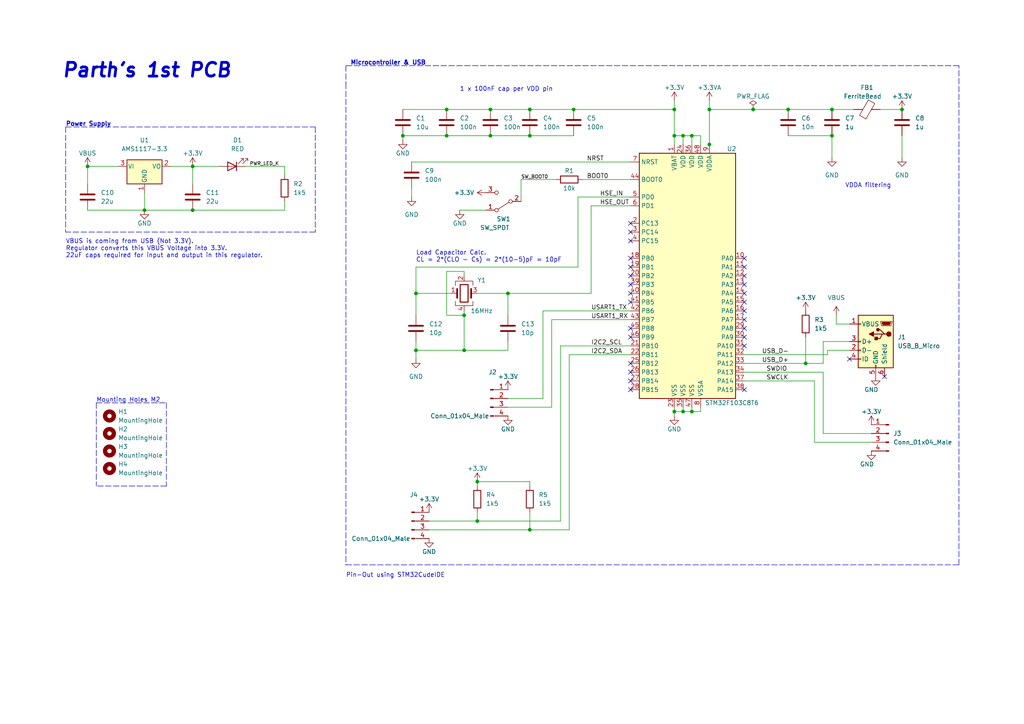
<source format=kicad_sch>
(kicad_sch (version 20211123) (generator eeschema)

  (uuid 7ec09ef9-f276-4481-8e21-5254d0051c61)

  (paper "A4")

  (title_block
    (title "Parth's 1st STM32 PCB")
    (date "2022-12-26")
    (rev "0.1")
    (company "Parth Deshpande")
  )

  (lib_symbols
    (symbol "Connector:Conn_01x04_Male" (pin_names (offset 1.016) hide) (in_bom yes) (on_board yes)
      (property "Reference" "J" (id 0) (at 0 5.08 0)
        (effects (font (size 1.27 1.27)))
      )
      (property "Value" "Conn_01x04_Male" (id 1) (at 0 -7.62 0)
        (effects (font (size 1.27 1.27)))
      )
      (property "Footprint" "" (id 2) (at 0 0 0)
        (effects (font (size 1.27 1.27)) hide)
      )
      (property "Datasheet" "~" (id 3) (at 0 0 0)
        (effects (font (size 1.27 1.27)) hide)
      )
      (property "ki_keywords" "connector" (id 4) (at 0 0 0)
        (effects (font (size 1.27 1.27)) hide)
      )
      (property "ki_description" "Generic connector, single row, 01x04, script generated (kicad-library-utils/schlib/autogen/connector/)" (id 5) (at 0 0 0)
        (effects (font (size 1.27 1.27)) hide)
      )
      (property "ki_fp_filters" "Connector*:*_1x??_*" (id 6) (at 0 0 0)
        (effects (font (size 1.27 1.27)) hide)
      )
      (symbol "Conn_01x04_Male_1_1"
        (polyline
          (pts
            (xy 1.27 -5.08)
            (xy 0.8636 -5.08)
          )
          (stroke (width 0.1524) (type default) (color 0 0 0 0))
          (fill (type none))
        )
        (polyline
          (pts
            (xy 1.27 -2.54)
            (xy 0.8636 -2.54)
          )
          (stroke (width 0.1524) (type default) (color 0 0 0 0))
          (fill (type none))
        )
        (polyline
          (pts
            (xy 1.27 0)
            (xy 0.8636 0)
          )
          (stroke (width 0.1524) (type default) (color 0 0 0 0))
          (fill (type none))
        )
        (polyline
          (pts
            (xy 1.27 2.54)
            (xy 0.8636 2.54)
          )
          (stroke (width 0.1524) (type default) (color 0 0 0 0))
          (fill (type none))
        )
        (rectangle (start 0.8636 -4.953) (end 0 -5.207)
          (stroke (width 0.1524) (type default) (color 0 0 0 0))
          (fill (type outline))
        )
        (rectangle (start 0.8636 -2.413) (end 0 -2.667)
          (stroke (width 0.1524) (type default) (color 0 0 0 0))
          (fill (type outline))
        )
        (rectangle (start 0.8636 0.127) (end 0 -0.127)
          (stroke (width 0.1524) (type default) (color 0 0 0 0))
          (fill (type outline))
        )
        (rectangle (start 0.8636 2.667) (end 0 2.413)
          (stroke (width 0.1524) (type default) (color 0 0 0 0))
          (fill (type outline))
        )
        (pin passive line (at 5.08 2.54 180) (length 3.81)
          (name "Pin_1" (effects (font (size 1.27 1.27))))
          (number "1" (effects (font (size 1.27 1.27))))
        )
        (pin passive line (at 5.08 0 180) (length 3.81)
          (name "Pin_2" (effects (font (size 1.27 1.27))))
          (number "2" (effects (font (size 1.27 1.27))))
        )
        (pin passive line (at 5.08 -2.54 180) (length 3.81)
          (name "Pin_3" (effects (font (size 1.27 1.27))))
          (number "3" (effects (font (size 1.27 1.27))))
        )
        (pin passive line (at 5.08 -5.08 180) (length 3.81)
          (name "Pin_4" (effects (font (size 1.27 1.27))))
          (number "4" (effects (font (size 1.27 1.27))))
        )
      )
    )
    (symbol "Connector:USB_B_Micro" (pin_names (offset 1.016)) (in_bom yes) (on_board yes)
      (property "Reference" "J" (id 0) (at -5.08 11.43 0)
        (effects (font (size 1.27 1.27)) (justify left))
      )
      (property "Value" "USB_B_Micro" (id 1) (at -5.08 8.89 0)
        (effects (font (size 1.27 1.27)) (justify left))
      )
      (property "Footprint" "" (id 2) (at 3.81 -1.27 0)
        (effects (font (size 1.27 1.27)) hide)
      )
      (property "Datasheet" "~" (id 3) (at 3.81 -1.27 0)
        (effects (font (size 1.27 1.27)) hide)
      )
      (property "ki_keywords" "connector USB micro" (id 4) (at 0 0 0)
        (effects (font (size 1.27 1.27)) hide)
      )
      (property "ki_description" "USB Micro Type B connector" (id 5) (at 0 0 0)
        (effects (font (size 1.27 1.27)) hide)
      )
      (property "ki_fp_filters" "USB*" (id 6) (at 0 0 0)
        (effects (font (size 1.27 1.27)) hide)
      )
      (symbol "USB_B_Micro_0_1"
        (rectangle (start -5.08 -7.62) (end 5.08 7.62)
          (stroke (width 0.254) (type default) (color 0 0 0 0))
          (fill (type background))
        )
        (circle (center -3.81 2.159) (radius 0.635)
          (stroke (width 0.254) (type default) (color 0 0 0 0))
          (fill (type outline))
        )
        (circle (center -0.635 3.429) (radius 0.381)
          (stroke (width 0.254) (type default) (color 0 0 0 0))
          (fill (type outline))
        )
        (rectangle (start -0.127 -7.62) (end 0.127 -6.858)
          (stroke (width 0) (type default) (color 0 0 0 0))
          (fill (type none))
        )
        (polyline
          (pts
            (xy -1.905 2.159)
            (xy 0.635 2.159)
          )
          (stroke (width 0.254) (type default) (color 0 0 0 0))
          (fill (type none))
        )
        (polyline
          (pts
            (xy -3.175 2.159)
            (xy -2.54 2.159)
            (xy -1.27 3.429)
            (xy -0.635 3.429)
          )
          (stroke (width 0.254) (type default) (color 0 0 0 0))
          (fill (type none))
        )
        (polyline
          (pts
            (xy -2.54 2.159)
            (xy -1.905 2.159)
            (xy -1.27 0.889)
            (xy 0 0.889)
          )
          (stroke (width 0.254) (type default) (color 0 0 0 0))
          (fill (type none))
        )
        (polyline
          (pts
            (xy 0.635 2.794)
            (xy 0.635 1.524)
            (xy 1.905 2.159)
            (xy 0.635 2.794)
          )
          (stroke (width 0.254) (type default) (color 0 0 0 0))
          (fill (type outline))
        )
        (polyline
          (pts
            (xy -4.318 5.588)
            (xy -1.778 5.588)
            (xy -2.032 4.826)
            (xy -4.064 4.826)
            (xy -4.318 5.588)
          )
          (stroke (width 0) (type default) (color 0 0 0 0))
          (fill (type outline))
        )
        (polyline
          (pts
            (xy -4.699 5.842)
            (xy -4.699 5.588)
            (xy -4.445 4.826)
            (xy -4.445 4.572)
            (xy -1.651 4.572)
            (xy -1.651 4.826)
            (xy -1.397 5.588)
            (xy -1.397 5.842)
            (xy -4.699 5.842)
          )
          (stroke (width 0) (type default) (color 0 0 0 0))
          (fill (type none))
        )
        (rectangle (start 0.254 1.27) (end -0.508 0.508)
          (stroke (width 0.254) (type default) (color 0 0 0 0))
          (fill (type outline))
        )
        (rectangle (start 5.08 -5.207) (end 4.318 -4.953)
          (stroke (width 0) (type default) (color 0 0 0 0))
          (fill (type none))
        )
        (rectangle (start 5.08 -2.667) (end 4.318 -2.413)
          (stroke (width 0) (type default) (color 0 0 0 0))
          (fill (type none))
        )
        (rectangle (start 5.08 -0.127) (end 4.318 0.127)
          (stroke (width 0) (type default) (color 0 0 0 0))
          (fill (type none))
        )
        (rectangle (start 5.08 4.953) (end 4.318 5.207)
          (stroke (width 0) (type default) (color 0 0 0 0))
          (fill (type none))
        )
      )
      (symbol "USB_B_Micro_1_1"
        (pin power_out line (at 7.62 5.08 180) (length 2.54)
          (name "VBUS" (effects (font (size 1.27 1.27))))
          (number "1" (effects (font (size 1.27 1.27))))
        )
        (pin bidirectional line (at 7.62 -2.54 180) (length 2.54)
          (name "D-" (effects (font (size 1.27 1.27))))
          (number "2" (effects (font (size 1.27 1.27))))
        )
        (pin bidirectional line (at 7.62 0 180) (length 2.54)
          (name "D+" (effects (font (size 1.27 1.27))))
          (number "3" (effects (font (size 1.27 1.27))))
        )
        (pin passive line (at 7.62 -5.08 180) (length 2.54)
          (name "ID" (effects (font (size 1.27 1.27))))
          (number "4" (effects (font (size 1.27 1.27))))
        )
        (pin power_out line (at 0 -10.16 90) (length 2.54)
          (name "GND" (effects (font (size 1.27 1.27))))
          (number "5" (effects (font (size 1.27 1.27))))
        )
        (pin passive line (at -2.54 -10.16 90) (length 2.54)
          (name "Shield" (effects (font (size 1.27 1.27))))
          (number "6" (effects (font (size 1.27 1.27))))
        )
      )
    )
    (symbol "Device:C" (pin_numbers hide) (pin_names (offset 0.254)) (in_bom yes) (on_board yes)
      (property "Reference" "C" (id 0) (at 0.635 2.54 0)
        (effects (font (size 1.27 1.27)) (justify left))
      )
      (property "Value" "C" (id 1) (at 0.635 -2.54 0)
        (effects (font (size 1.27 1.27)) (justify left))
      )
      (property "Footprint" "" (id 2) (at 0.9652 -3.81 0)
        (effects (font (size 1.27 1.27)) hide)
      )
      (property "Datasheet" "~" (id 3) (at 0 0 0)
        (effects (font (size 1.27 1.27)) hide)
      )
      (property "ki_keywords" "cap capacitor" (id 4) (at 0 0 0)
        (effects (font (size 1.27 1.27)) hide)
      )
      (property "ki_description" "Unpolarized capacitor" (id 5) (at 0 0 0)
        (effects (font (size 1.27 1.27)) hide)
      )
      (property "ki_fp_filters" "C_*" (id 6) (at 0 0 0)
        (effects (font (size 1.27 1.27)) hide)
      )
      (symbol "C_0_1"
        (polyline
          (pts
            (xy -2.032 -0.762)
            (xy 2.032 -0.762)
          )
          (stroke (width 0.508) (type default) (color 0 0 0 0))
          (fill (type none))
        )
        (polyline
          (pts
            (xy -2.032 0.762)
            (xy 2.032 0.762)
          )
          (stroke (width 0.508) (type default) (color 0 0 0 0))
          (fill (type none))
        )
      )
      (symbol "C_1_1"
        (pin passive line (at 0 3.81 270) (length 2.794)
          (name "~" (effects (font (size 1.27 1.27))))
          (number "1" (effects (font (size 1.27 1.27))))
        )
        (pin passive line (at 0 -3.81 90) (length 2.794)
          (name "~" (effects (font (size 1.27 1.27))))
          (number "2" (effects (font (size 1.27 1.27))))
        )
      )
    )
    (symbol "Device:Crystal_GND24" (pin_names (offset 1.016) hide) (in_bom yes) (on_board yes)
      (property "Reference" "Y" (id 0) (at 3.175 5.08 0)
        (effects (font (size 1.27 1.27)) (justify left))
      )
      (property "Value" "Crystal_GND24" (id 1) (at 3.175 3.175 0)
        (effects (font (size 1.27 1.27)) (justify left))
      )
      (property "Footprint" "" (id 2) (at 0 0 0)
        (effects (font (size 1.27 1.27)) hide)
      )
      (property "Datasheet" "~" (id 3) (at 0 0 0)
        (effects (font (size 1.27 1.27)) hide)
      )
      (property "ki_keywords" "quartz ceramic resonator oscillator" (id 4) (at 0 0 0)
        (effects (font (size 1.27 1.27)) hide)
      )
      (property "ki_description" "Four pin crystal, GND on pins 2 and 4" (id 5) (at 0 0 0)
        (effects (font (size 1.27 1.27)) hide)
      )
      (property "ki_fp_filters" "Crystal*" (id 6) (at 0 0 0)
        (effects (font (size 1.27 1.27)) hide)
      )
      (symbol "Crystal_GND24_0_1"
        (rectangle (start -1.143 2.54) (end 1.143 -2.54)
          (stroke (width 0.3048) (type default) (color 0 0 0 0))
          (fill (type none))
        )
        (polyline
          (pts
            (xy -2.54 0)
            (xy -2.032 0)
          )
          (stroke (width 0) (type default) (color 0 0 0 0))
          (fill (type none))
        )
        (polyline
          (pts
            (xy -2.032 -1.27)
            (xy -2.032 1.27)
          )
          (stroke (width 0.508) (type default) (color 0 0 0 0))
          (fill (type none))
        )
        (polyline
          (pts
            (xy 0 -3.81)
            (xy 0 -3.556)
          )
          (stroke (width 0) (type default) (color 0 0 0 0))
          (fill (type none))
        )
        (polyline
          (pts
            (xy 0 3.556)
            (xy 0 3.81)
          )
          (stroke (width 0) (type default) (color 0 0 0 0))
          (fill (type none))
        )
        (polyline
          (pts
            (xy 2.032 -1.27)
            (xy 2.032 1.27)
          )
          (stroke (width 0.508) (type default) (color 0 0 0 0))
          (fill (type none))
        )
        (polyline
          (pts
            (xy 2.032 0)
            (xy 2.54 0)
          )
          (stroke (width 0) (type default) (color 0 0 0 0))
          (fill (type none))
        )
        (polyline
          (pts
            (xy -2.54 -2.286)
            (xy -2.54 -3.556)
            (xy 2.54 -3.556)
            (xy 2.54 -2.286)
          )
          (stroke (width 0) (type default) (color 0 0 0 0))
          (fill (type none))
        )
        (polyline
          (pts
            (xy -2.54 2.286)
            (xy -2.54 3.556)
            (xy 2.54 3.556)
            (xy 2.54 2.286)
          )
          (stroke (width 0) (type default) (color 0 0 0 0))
          (fill (type none))
        )
      )
      (symbol "Crystal_GND24_1_1"
        (pin passive line (at -3.81 0 0) (length 1.27)
          (name "1" (effects (font (size 1.27 1.27))))
          (number "1" (effects (font (size 1.27 1.27))))
        )
        (pin passive line (at 0 5.08 270) (length 1.27)
          (name "2" (effects (font (size 1.27 1.27))))
          (number "2" (effects (font (size 1.27 1.27))))
        )
        (pin passive line (at 3.81 0 180) (length 1.27)
          (name "3" (effects (font (size 1.27 1.27))))
          (number "3" (effects (font (size 1.27 1.27))))
        )
        (pin passive line (at 0 -5.08 90) (length 1.27)
          (name "4" (effects (font (size 1.27 1.27))))
          (number "4" (effects (font (size 1.27 1.27))))
        )
      )
    )
    (symbol "Device:FerriteBead" (pin_numbers hide) (pin_names (offset 0)) (in_bom yes) (on_board yes)
      (property "Reference" "FB" (id 0) (at -3.81 0.635 90)
        (effects (font (size 1.27 1.27)))
      )
      (property "Value" "FerriteBead" (id 1) (at 3.81 0 90)
        (effects (font (size 1.27 1.27)))
      )
      (property "Footprint" "" (id 2) (at -1.778 0 90)
        (effects (font (size 1.27 1.27)) hide)
      )
      (property "Datasheet" "~" (id 3) (at 0 0 0)
        (effects (font (size 1.27 1.27)) hide)
      )
      (property "ki_keywords" "L ferrite bead inductor filter" (id 4) (at 0 0 0)
        (effects (font (size 1.27 1.27)) hide)
      )
      (property "ki_description" "Ferrite bead" (id 5) (at 0 0 0)
        (effects (font (size 1.27 1.27)) hide)
      )
      (property "ki_fp_filters" "Inductor_* L_* *Ferrite*" (id 6) (at 0 0 0)
        (effects (font (size 1.27 1.27)) hide)
      )
      (symbol "FerriteBead_0_1"
        (polyline
          (pts
            (xy 0 -1.27)
            (xy 0 -1.2192)
          )
          (stroke (width 0) (type default) (color 0 0 0 0))
          (fill (type none))
        )
        (polyline
          (pts
            (xy 0 1.27)
            (xy 0 1.2954)
          )
          (stroke (width 0) (type default) (color 0 0 0 0))
          (fill (type none))
        )
        (polyline
          (pts
            (xy -2.7686 0.4064)
            (xy -1.7018 2.2606)
            (xy 2.7686 -0.3048)
            (xy 1.6764 -2.159)
            (xy -2.7686 0.4064)
          )
          (stroke (width 0) (type default) (color 0 0 0 0))
          (fill (type none))
        )
      )
      (symbol "FerriteBead_1_1"
        (pin passive line (at 0 3.81 270) (length 2.54)
          (name "~" (effects (font (size 1.27 1.27))))
          (number "1" (effects (font (size 1.27 1.27))))
        )
        (pin passive line (at 0 -3.81 90) (length 2.54)
          (name "~" (effects (font (size 1.27 1.27))))
          (number "2" (effects (font (size 1.27 1.27))))
        )
      )
    )
    (symbol "Device:LED" (pin_numbers hide) (pin_names (offset 1.016) hide) (in_bom yes) (on_board yes)
      (property "Reference" "D" (id 0) (at 0 2.54 0)
        (effects (font (size 1.27 1.27)))
      )
      (property "Value" "LED" (id 1) (at 0 -2.54 0)
        (effects (font (size 1.27 1.27)))
      )
      (property "Footprint" "" (id 2) (at 0 0 0)
        (effects (font (size 1.27 1.27)) hide)
      )
      (property "Datasheet" "~" (id 3) (at 0 0 0)
        (effects (font (size 1.27 1.27)) hide)
      )
      (property "ki_keywords" "LED diode" (id 4) (at 0 0 0)
        (effects (font (size 1.27 1.27)) hide)
      )
      (property "ki_description" "Light emitting diode" (id 5) (at 0 0 0)
        (effects (font (size 1.27 1.27)) hide)
      )
      (property "ki_fp_filters" "LED* LED_SMD:* LED_THT:*" (id 6) (at 0 0 0)
        (effects (font (size 1.27 1.27)) hide)
      )
      (symbol "LED_0_1"
        (polyline
          (pts
            (xy -1.27 -1.27)
            (xy -1.27 1.27)
          )
          (stroke (width 0.254) (type default) (color 0 0 0 0))
          (fill (type none))
        )
        (polyline
          (pts
            (xy -1.27 0)
            (xy 1.27 0)
          )
          (stroke (width 0) (type default) (color 0 0 0 0))
          (fill (type none))
        )
        (polyline
          (pts
            (xy 1.27 -1.27)
            (xy 1.27 1.27)
            (xy -1.27 0)
            (xy 1.27 -1.27)
          )
          (stroke (width 0.254) (type default) (color 0 0 0 0))
          (fill (type none))
        )
        (polyline
          (pts
            (xy -3.048 -0.762)
            (xy -4.572 -2.286)
            (xy -3.81 -2.286)
            (xy -4.572 -2.286)
            (xy -4.572 -1.524)
          )
          (stroke (width 0) (type default) (color 0 0 0 0))
          (fill (type none))
        )
        (polyline
          (pts
            (xy -1.778 -0.762)
            (xy -3.302 -2.286)
            (xy -2.54 -2.286)
            (xy -3.302 -2.286)
            (xy -3.302 -1.524)
          )
          (stroke (width 0) (type default) (color 0 0 0 0))
          (fill (type none))
        )
      )
      (symbol "LED_1_1"
        (pin passive line (at -3.81 0 0) (length 2.54)
          (name "K" (effects (font (size 1.27 1.27))))
          (number "1" (effects (font (size 1.27 1.27))))
        )
        (pin passive line (at 3.81 0 180) (length 2.54)
          (name "A" (effects (font (size 1.27 1.27))))
          (number "2" (effects (font (size 1.27 1.27))))
        )
      )
    )
    (symbol "Device:R" (pin_numbers hide) (pin_names (offset 0)) (in_bom yes) (on_board yes)
      (property "Reference" "R" (id 0) (at 2.032 0 90)
        (effects (font (size 1.27 1.27)))
      )
      (property "Value" "R" (id 1) (at 0 0 90)
        (effects (font (size 1.27 1.27)))
      )
      (property "Footprint" "" (id 2) (at -1.778 0 90)
        (effects (font (size 1.27 1.27)) hide)
      )
      (property "Datasheet" "~" (id 3) (at 0 0 0)
        (effects (font (size 1.27 1.27)) hide)
      )
      (property "ki_keywords" "R res resistor" (id 4) (at 0 0 0)
        (effects (font (size 1.27 1.27)) hide)
      )
      (property "ki_description" "Resistor" (id 5) (at 0 0 0)
        (effects (font (size 1.27 1.27)) hide)
      )
      (property "ki_fp_filters" "R_*" (id 6) (at 0 0 0)
        (effects (font (size 1.27 1.27)) hide)
      )
      (symbol "R_0_1"
        (rectangle (start -1.016 -2.54) (end 1.016 2.54)
          (stroke (width 0.254) (type default) (color 0 0 0 0))
          (fill (type none))
        )
      )
      (symbol "R_1_1"
        (pin passive line (at 0 3.81 270) (length 1.27)
          (name "~" (effects (font (size 1.27 1.27))))
          (number "1" (effects (font (size 1.27 1.27))))
        )
        (pin passive line (at 0 -3.81 90) (length 1.27)
          (name "~" (effects (font (size 1.27 1.27))))
          (number "2" (effects (font (size 1.27 1.27))))
        )
      )
    )
    (symbol "MCU_ST_STM32F1:STM32F103C8Tx" (in_bom yes) (on_board yes)
      (property "Reference" "U" (id 0) (at -15.24 36.83 0)
        (effects (font (size 1.27 1.27)) (justify left))
      )
      (property "Value" "STM32F103C8Tx" (id 1) (at 7.62 36.83 0)
        (effects (font (size 1.27 1.27)) (justify left))
      )
      (property "Footprint" "Package_QFP:LQFP-48_7x7mm_P0.5mm" (id 2) (at -15.24 -35.56 0)
        (effects (font (size 1.27 1.27)) (justify right) hide)
      )
      (property "Datasheet" "http://www.st.com/st-web-ui/static/active/en/resource/technical/document/datasheet/CD00161566.pdf" (id 3) (at 0 0 0)
        (effects (font (size 1.27 1.27)) hide)
      )
      (property "ki_keywords" "ARM Cortex-M3 STM32F1 STM32F103" (id 4) (at 0 0 0)
        (effects (font (size 1.27 1.27)) hide)
      )
      (property "ki_description" "ARM Cortex-M3 MCU, 64KB flash, 20KB RAM, 72MHz, 2-3.6V, 37 GPIO, LQFP-48" (id 5) (at 0 0 0)
        (effects (font (size 1.27 1.27)) hide)
      )
      (property "ki_fp_filters" "LQFP*7x7mm*P0.5mm*" (id 6) (at 0 0 0)
        (effects (font (size 1.27 1.27)) hide)
      )
      (symbol "STM32F103C8Tx_0_1"
        (rectangle (start -15.24 -35.56) (end 12.7 35.56)
          (stroke (width 0.254) (type default) (color 0 0 0 0))
          (fill (type background))
        )
      )
      (symbol "STM32F103C8Tx_1_1"
        (pin power_in line (at -5.08 38.1 270) (length 2.54)
          (name "VBAT" (effects (font (size 1.27 1.27))))
          (number "1" (effects (font (size 1.27 1.27))))
        )
        (pin bidirectional line (at 15.24 5.08 180) (length 2.54)
          (name "PA0" (effects (font (size 1.27 1.27))))
          (number "10" (effects (font (size 1.27 1.27))))
        )
        (pin bidirectional line (at 15.24 2.54 180) (length 2.54)
          (name "PA1" (effects (font (size 1.27 1.27))))
          (number "11" (effects (font (size 1.27 1.27))))
        )
        (pin bidirectional line (at 15.24 0 180) (length 2.54)
          (name "PA2" (effects (font (size 1.27 1.27))))
          (number "12" (effects (font (size 1.27 1.27))))
        )
        (pin bidirectional line (at 15.24 -2.54 180) (length 2.54)
          (name "PA3" (effects (font (size 1.27 1.27))))
          (number "13" (effects (font (size 1.27 1.27))))
        )
        (pin bidirectional line (at 15.24 -5.08 180) (length 2.54)
          (name "PA4" (effects (font (size 1.27 1.27))))
          (number "14" (effects (font (size 1.27 1.27))))
        )
        (pin bidirectional line (at 15.24 -7.62 180) (length 2.54)
          (name "PA5" (effects (font (size 1.27 1.27))))
          (number "15" (effects (font (size 1.27 1.27))))
        )
        (pin bidirectional line (at 15.24 -10.16 180) (length 2.54)
          (name "PA6" (effects (font (size 1.27 1.27))))
          (number "16" (effects (font (size 1.27 1.27))))
        )
        (pin bidirectional line (at 15.24 -12.7 180) (length 2.54)
          (name "PA7" (effects (font (size 1.27 1.27))))
          (number "17" (effects (font (size 1.27 1.27))))
        )
        (pin bidirectional line (at -17.78 5.08 0) (length 2.54)
          (name "PB0" (effects (font (size 1.27 1.27))))
          (number "18" (effects (font (size 1.27 1.27))))
        )
        (pin bidirectional line (at -17.78 2.54 0) (length 2.54)
          (name "PB1" (effects (font (size 1.27 1.27))))
          (number "19" (effects (font (size 1.27 1.27))))
        )
        (pin bidirectional line (at -17.78 15.24 0) (length 2.54)
          (name "PC13" (effects (font (size 1.27 1.27))))
          (number "2" (effects (font (size 1.27 1.27))))
        )
        (pin bidirectional line (at -17.78 0 0) (length 2.54)
          (name "PB2" (effects (font (size 1.27 1.27))))
          (number "20" (effects (font (size 1.27 1.27))))
        )
        (pin bidirectional line (at -17.78 -20.32 0) (length 2.54)
          (name "PB10" (effects (font (size 1.27 1.27))))
          (number "21" (effects (font (size 1.27 1.27))))
        )
        (pin bidirectional line (at -17.78 -22.86 0) (length 2.54)
          (name "PB11" (effects (font (size 1.27 1.27))))
          (number "22" (effects (font (size 1.27 1.27))))
        )
        (pin power_in line (at -5.08 -38.1 90) (length 2.54)
          (name "VSS" (effects (font (size 1.27 1.27))))
          (number "23" (effects (font (size 1.27 1.27))))
        )
        (pin power_in line (at -2.54 38.1 270) (length 2.54)
          (name "VDD" (effects (font (size 1.27 1.27))))
          (number "24" (effects (font (size 1.27 1.27))))
        )
        (pin bidirectional line (at -17.78 -25.4 0) (length 2.54)
          (name "PB12" (effects (font (size 1.27 1.27))))
          (number "25" (effects (font (size 1.27 1.27))))
        )
        (pin bidirectional line (at -17.78 -27.94 0) (length 2.54)
          (name "PB13" (effects (font (size 1.27 1.27))))
          (number "26" (effects (font (size 1.27 1.27))))
        )
        (pin bidirectional line (at -17.78 -30.48 0) (length 2.54)
          (name "PB14" (effects (font (size 1.27 1.27))))
          (number "27" (effects (font (size 1.27 1.27))))
        )
        (pin bidirectional line (at -17.78 -33.02 0) (length 2.54)
          (name "PB15" (effects (font (size 1.27 1.27))))
          (number "28" (effects (font (size 1.27 1.27))))
        )
        (pin bidirectional line (at 15.24 -15.24 180) (length 2.54)
          (name "PA8" (effects (font (size 1.27 1.27))))
          (number "29" (effects (font (size 1.27 1.27))))
        )
        (pin bidirectional line (at -17.78 12.7 0) (length 2.54)
          (name "PC14" (effects (font (size 1.27 1.27))))
          (number "3" (effects (font (size 1.27 1.27))))
        )
        (pin bidirectional line (at 15.24 -17.78 180) (length 2.54)
          (name "PA9" (effects (font (size 1.27 1.27))))
          (number "30" (effects (font (size 1.27 1.27))))
        )
        (pin bidirectional line (at 15.24 -20.32 180) (length 2.54)
          (name "PA10" (effects (font (size 1.27 1.27))))
          (number "31" (effects (font (size 1.27 1.27))))
        )
        (pin bidirectional line (at 15.24 -22.86 180) (length 2.54)
          (name "PA11" (effects (font (size 1.27 1.27))))
          (number "32" (effects (font (size 1.27 1.27))))
        )
        (pin bidirectional line (at 15.24 -25.4 180) (length 2.54)
          (name "PA12" (effects (font (size 1.27 1.27))))
          (number "33" (effects (font (size 1.27 1.27))))
        )
        (pin bidirectional line (at 15.24 -27.94 180) (length 2.54)
          (name "PA13" (effects (font (size 1.27 1.27))))
          (number "34" (effects (font (size 1.27 1.27))))
        )
        (pin power_in line (at -2.54 -38.1 90) (length 2.54)
          (name "VSS" (effects (font (size 1.27 1.27))))
          (number "35" (effects (font (size 1.27 1.27))))
        )
        (pin power_in line (at 0 38.1 270) (length 2.54)
          (name "VDD" (effects (font (size 1.27 1.27))))
          (number "36" (effects (font (size 1.27 1.27))))
        )
        (pin bidirectional line (at 15.24 -30.48 180) (length 2.54)
          (name "PA14" (effects (font (size 1.27 1.27))))
          (number "37" (effects (font (size 1.27 1.27))))
        )
        (pin bidirectional line (at 15.24 -33.02 180) (length 2.54)
          (name "PA15" (effects (font (size 1.27 1.27))))
          (number "38" (effects (font (size 1.27 1.27))))
        )
        (pin bidirectional line (at -17.78 -2.54 0) (length 2.54)
          (name "PB3" (effects (font (size 1.27 1.27))))
          (number "39" (effects (font (size 1.27 1.27))))
        )
        (pin bidirectional line (at -17.78 10.16 0) (length 2.54)
          (name "PC15" (effects (font (size 1.27 1.27))))
          (number "4" (effects (font (size 1.27 1.27))))
        )
        (pin bidirectional line (at -17.78 -5.08 0) (length 2.54)
          (name "PB4" (effects (font (size 1.27 1.27))))
          (number "40" (effects (font (size 1.27 1.27))))
        )
        (pin bidirectional line (at -17.78 -7.62 0) (length 2.54)
          (name "PB5" (effects (font (size 1.27 1.27))))
          (number "41" (effects (font (size 1.27 1.27))))
        )
        (pin bidirectional line (at -17.78 -10.16 0) (length 2.54)
          (name "PB6" (effects (font (size 1.27 1.27))))
          (number "42" (effects (font (size 1.27 1.27))))
        )
        (pin bidirectional line (at -17.78 -12.7 0) (length 2.54)
          (name "PB7" (effects (font (size 1.27 1.27))))
          (number "43" (effects (font (size 1.27 1.27))))
        )
        (pin input line (at -17.78 27.94 0) (length 2.54)
          (name "BOOT0" (effects (font (size 1.27 1.27))))
          (number "44" (effects (font (size 1.27 1.27))))
        )
        (pin bidirectional line (at -17.78 -15.24 0) (length 2.54)
          (name "PB8" (effects (font (size 1.27 1.27))))
          (number "45" (effects (font (size 1.27 1.27))))
        )
        (pin bidirectional line (at -17.78 -17.78 0) (length 2.54)
          (name "PB9" (effects (font (size 1.27 1.27))))
          (number "46" (effects (font (size 1.27 1.27))))
        )
        (pin power_in line (at 0 -38.1 90) (length 2.54)
          (name "VSS" (effects (font (size 1.27 1.27))))
          (number "47" (effects (font (size 1.27 1.27))))
        )
        (pin power_in line (at 2.54 38.1 270) (length 2.54)
          (name "VDD" (effects (font (size 1.27 1.27))))
          (number "48" (effects (font (size 1.27 1.27))))
        )
        (pin input line (at -17.78 22.86 0) (length 2.54)
          (name "PD0" (effects (font (size 1.27 1.27))))
          (number "5" (effects (font (size 1.27 1.27))))
        )
        (pin input line (at -17.78 20.32 0) (length 2.54)
          (name "PD1" (effects (font (size 1.27 1.27))))
          (number "6" (effects (font (size 1.27 1.27))))
        )
        (pin input line (at -17.78 33.02 0) (length 2.54)
          (name "NRST" (effects (font (size 1.27 1.27))))
          (number "7" (effects (font (size 1.27 1.27))))
        )
        (pin power_in line (at 2.54 -38.1 90) (length 2.54)
          (name "VSSA" (effects (font (size 1.27 1.27))))
          (number "8" (effects (font (size 1.27 1.27))))
        )
        (pin power_in line (at 5.08 38.1 270) (length 2.54)
          (name "VDDA" (effects (font (size 1.27 1.27))))
          (number "9" (effects (font (size 1.27 1.27))))
        )
      )
    )
    (symbol "Mechanical:MountingHole" (pin_names (offset 1.016)) (in_bom yes) (on_board yes)
      (property "Reference" "H" (id 0) (at 0 5.08 0)
        (effects (font (size 1.27 1.27)))
      )
      (property "Value" "MountingHole" (id 1) (at 0 3.175 0)
        (effects (font (size 1.27 1.27)))
      )
      (property "Footprint" "" (id 2) (at 0 0 0)
        (effects (font (size 1.27 1.27)) hide)
      )
      (property "Datasheet" "~" (id 3) (at 0 0 0)
        (effects (font (size 1.27 1.27)) hide)
      )
      (property "ki_keywords" "mounting hole" (id 4) (at 0 0 0)
        (effects (font (size 1.27 1.27)) hide)
      )
      (property "ki_description" "Mounting Hole without connection" (id 5) (at 0 0 0)
        (effects (font (size 1.27 1.27)) hide)
      )
      (property "ki_fp_filters" "MountingHole*" (id 6) (at 0 0 0)
        (effects (font (size 1.27 1.27)) hide)
      )
      (symbol "MountingHole_0_1"
        (circle (center 0 0) (radius 1.27)
          (stroke (width 1.27) (type default) (color 0 0 0 0))
          (fill (type none))
        )
      )
    )
    (symbol "Regulator_Linear:AMS1117-3.3" (pin_names (offset 0.254)) (in_bom yes) (on_board yes)
      (property "Reference" "U" (id 0) (at -3.81 3.175 0)
        (effects (font (size 1.27 1.27)))
      )
      (property "Value" "AMS1117-3.3" (id 1) (at 0 3.175 0)
        (effects (font (size 1.27 1.27)) (justify left))
      )
      (property "Footprint" "Package_TO_SOT_SMD:SOT-223-3_TabPin2" (id 2) (at 0 5.08 0)
        (effects (font (size 1.27 1.27)) hide)
      )
      (property "Datasheet" "http://www.advanced-monolithic.com/pdf/ds1117.pdf" (id 3) (at 2.54 -6.35 0)
        (effects (font (size 1.27 1.27)) hide)
      )
      (property "ki_keywords" "linear regulator ldo fixed positive" (id 4) (at 0 0 0)
        (effects (font (size 1.27 1.27)) hide)
      )
      (property "ki_description" "1A Low Dropout regulator, positive, 3.3V fixed output, SOT-223" (id 5) (at 0 0 0)
        (effects (font (size 1.27 1.27)) hide)
      )
      (property "ki_fp_filters" "SOT?223*TabPin2*" (id 6) (at 0 0 0)
        (effects (font (size 1.27 1.27)) hide)
      )
      (symbol "AMS1117-3.3_0_1"
        (rectangle (start -5.08 -5.08) (end 5.08 1.905)
          (stroke (width 0.254) (type default) (color 0 0 0 0))
          (fill (type background))
        )
      )
      (symbol "AMS1117-3.3_1_1"
        (pin power_in line (at 0 -7.62 90) (length 2.54)
          (name "GND" (effects (font (size 1.27 1.27))))
          (number "1" (effects (font (size 1.27 1.27))))
        )
        (pin power_out line (at 7.62 0 180) (length 2.54)
          (name "VO" (effects (font (size 1.27 1.27))))
          (number "2" (effects (font (size 1.27 1.27))))
        )
        (pin power_in line (at -7.62 0 0) (length 2.54)
          (name "VI" (effects (font (size 1.27 1.27))))
          (number "3" (effects (font (size 1.27 1.27))))
        )
      )
    )
    (symbol "Switch:SW_SPDT" (pin_names (offset 0) hide) (in_bom yes) (on_board yes)
      (property "Reference" "SW" (id 0) (at 0 4.318 0)
        (effects (font (size 1.27 1.27)))
      )
      (property "Value" "SW_SPDT" (id 1) (at 0 -5.08 0)
        (effects (font (size 1.27 1.27)))
      )
      (property "Footprint" "" (id 2) (at 0 0 0)
        (effects (font (size 1.27 1.27)) hide)
      )
      (property "Datasheet" "~" (id 3) (at 0 0 0)
        (effects (font (size 1.27 1.27)) hide)
      )
      (property "ki_keywords" "switch single-pole double-throw spdt ON-ON" (id 4) (at 0 0 0)
        (effects (font (size 1.27 1.27)) hide)
      )
      (property "ki_description" "Switch, single pole double throw" (id 5) (at 0 0 0)
        (effects (font (size 1.27 1.27)) hide)
      )
      (symbol "SW_SPDT_0_0"
        (circle (center -2.032 0) (radius 0.508)
          (stroke (width 0) (type default) (color 0 0 0 0))
          (fill (type none))
        )
        (circle (center 2.032 -2.54) (radius 0.508)
          (stroke (width 0) (type default) (color 0 0 0 0))
          (fill (type none))
        )
      )
      (symbol "SW_SPDT_0_1"
        (polyline
          (pts
            (xy -1.524 0.254)
            (xy 1.651 2.286)
          )
          (stroke (width 0) (type default) (color 0 0 0 0))
          (fill (type none))
        )
        (circle (center 2.032 2.54) (radius 0.508)
          (stroke (width 0) (type default) (color 0 0 0 0))
          (fill (type none))
        )
      )
      (symbol "SW_SPDT_1_1"
        (pin passive line (at 5.08 2.54 180) (length 2.54)
          (name "A" (effects (font (size 1.27 1.27))))
          (number "1" (effects (font (size 1.27 1.27))))
        )
        (pin passive line (at -5.08 0 0) (length 2.54)
          (name "B" (effects (font (size 1.27 1.27))))
          (number "2" (effects (font (size 1.27 1.27))))
        )
        (pin passive line (at 5.08 -2.54 180) (length 2.54)
          (name "C" (effects (font (size 1.27 1.27))))
          (number "3" (effects (font (size 1.27 1.27))))
        )
      )
    )
    (symbol "power:+3.3V" (power) (pin_names (offset 0)) (in_bom yes) (on_board yes)
      (property "Reference" "#PWR" (id 0) (at 0 -3.81 0)
        (effects (font (size 1.27 1.27)) hide)
      )
      (property "Value" "+3.3V" (id 1) (at 0 3.556 0)
        (effects (font (size 1.27 1.27)))
      )
      (property "Footprint" "" (id 2) (at 0 0 0)
        (effects (font (size 1.27 1.27)) hide)
      )
      (property "Datasheet" "" (id 3) (at 0 0 0)
        (effects (font (size 1.27 1.27)) hide)
      )
      (property "ki_keywords" "global power" (id 4) (at 0 0 0)
        (effects (font (size 1.27 1.27)) hide)
      )
      (property "ki_description" "Power symbol creates a global label with name \"+3.3V\"" (id 5) (at 0 0 0)
        (effects (font (size 1.27 1.27)) hide)
      )
      (symbol "+3.3V_0_1"
        (polyline
          (pts
            (xy -0.762 1.27)
            (xy 0 2.54)
          )
          (stroke (width 0) (type default) (color 0 0 0 0))
          (fill (type none))
        )
        (polyline
          (pts
            (xy 0 0)
            (xy 0 2.54)
          )
          (stroke (width 0) (type default) (color 0 0 0 0))
          (fill (type none))
        )
        (polyline
          (pts
            (xy 0 2.54)
            (xy 0.762 1.27)
          )
          (stroke (width 0) (type default) (color 0 0 0 0))
          (fill (type none))
        )
      )
      (symbol "+3.3V_1_1"
        (pin power_in line (at 0 0 90) (length 0) hide
          (name "+3.3V" (effects (font (size 1.27 1.27))))
          (number "1" (effects (font (size 1.27 1.27))))
        )
      )
    )
    (symbol "power:+3.3VA" (power) (pin_names (offset 0)) (in_bom yes) (on_board yes)
      (property "Reference" "#PWR" (id 0) (at 0 -3.81 0)
        (effects (font (size 1.27 1.27)) hide)
      )
      (property "Value" "+3.3VA" (id 1) (at 0 3.556 0)
        (effects (font (size 1.27 1.27)))
      )
      (property "Footprint" "" (id 2) (at 0 0 0)
        (effects (font (size 1.27 1.27)) hide)
      )
      (property "Datasheet" "" (id 3) (at 0 0 0)
        (effects (font (size 1.27 1.27)) hide)
      )
      (property "ki_keywords" "global power" (id 4) (at 0 0 0)
        (effects (font (size 1.27 1.27)) hide)
      )
      (property "ki_description" "Power symbol creates a global label with name \"+3.3VA\"" (id 5) (at 0 0 0)
        (effects (font (size 1.27 1.27)) hide)
      )
      (symbol "+3.3VA_0_1"
        (polyline
          (pts
            (xy -0.762 1.27)
            (xy 0 2.54)
          )
          (stroke (width 0) (type default) (color 0 0 0 0))
          (fill (type none))
        )
        (polyline
          (pts
            (xy 0 0)
            (xy 0 2.54)
          )
          (stroke (width 0) (type default) (color 0 0 0 0))
          (fill (type none))
        )
        (polyline
          (pts
            (xy 0 2.54)
            (xy 0.762 1.27)
          )
          (stroke (width 0) (type default) (color 0 0 0 0))
          (fill (type none))
        )
      )
      (symbol "+3.3VA_1_1"
        (pin power_in line (at 0 0 90) (length 0) hide
          (name "+3.3VA" (effects (font (size 1.27 1.27))))
          (number "1" (effects (font (size 1.27 1.27))))
        )
      )
    )
    (symbol "power:GND" (power) (pin_names (offset 0)) (in_bom yes) (on_board yes)
      (property "Reference" "#PWR" (id 0) (at 0 -6.35 0)
        (effects (font (size 1.27 1.27)) hide)
      )
      (property "Value" "GND" (id 1) (at 0 -3.81 0)
        (effects (font (size 1.27 1.27)))
      )
      (property "Footprint" "" (id 2) (at 0 0 0)
        (effects (font (size 1.27 1.27)) hide)
      )
      (property "Datasheet" "" (id 3) (at 0 0 0)
        (effects (font (size 1.27 1.27)) hide)
      )
      (property "ki_keywords" "global power" (id 4) (at 0 0 0)
        (effects (font (size 1.27 1.27)) hide)
      )
      (property "ki_description" "Power symbol creates a global label with name \"GND\" , ground" (id 5) (at 0 0 0)
        (effects (font (size 1.27 1.27)) hide)
      )
      (symbol "GND_0_1"
        (polyline
          (pts
            (xy 0 0)
            (xy 0 -1.27)
            (xy 1.27 -1.27)
            (xy 0 -2.54)
            (xy -1.27 -1.27)
            (xy 0 -1.27)
          )
          (stroke (width 0) (type default) (color 0 0 0 0))
          (fill (type none))
        )
      )
      (symbol "GND_1_1"
        (pin power_in line (at 0 0 270) (length 0) hide
          (name "GND" (effects (font (size 1.27 1.27))))
          (number "1" (effects (font (size 1.27 1.27))))
        )
      )
    )
    (symbol "power:PWR_FLAG" (power) (pin_numbers hide) (pin_names (offset 0) hide) (in_bom yes) (on_board yes)
      (property "Reference" "#FLG" (id 0) (at 0 1.905 0)
        (effects (font (size 1.27 1.27)) hide)
      )
      (property "Value" "PWR_FLAG" (id 1) (at 0 3.81 0)
        (effects (font (size 1.27 1.27)))
      )
      (property "Footprint" "" (id 2) (at 0 0 0)
        (effects (font (size 1.27 1.27)) hide)
      )
      (property "Datasheet" "~" (id 3) (at 0 0 0)
        (effects (font (size 1.27 1.27)) hide)
      )
      (property "ki_keywords" "flag power" (id 4) (at 0 0 0)
        (effects (font (size 1.27 1.27)) hide)
      )
      (property "ki_description" "Special symbol for telling ERC where power comes from" (id 5) (at 0 0 0)
        (effects (font (size 1.27 1.27)) hide)
      )
      (symbol "PWR_FLAG_0_0"
        (pin power_out line (at 0 0 90) (length 0)
          (name "pwr" (effects (font (size 1.27 1.27))))
          (number "1" (effects (font (size 1.27 1.27))))
        )
      )
      (symbol "PWR_FLAG_0_1"
        (polyline
          (pts
            (xy 0 0)
            (xy 0 1.27)
            (xy -1.016 1.905)
            (xy 0 2.54)
            (xy 1.016 1.905)
            (xy 0 1.27)
          )
          (stroke (width 0) (type default) (color 0 0 0 0))
          (fill (type none))
        )
      )
    )
    (symbol "power:VBUS" (power) (pin_names (offset 0)) (in_bom yes) (on_board yes)
      (property "Reference" "#PWR" (id 0) (at 0 -3.81 0)
        (effects (font (size 1.27 1.27)) hide)
      )
      (property "Value" "VBUS" (id 1) (at 0 3.81 0)
        (effects (font (size 1.27 1.27)))
      )
      (property "Footprint" "" (id 2) (at 0 0 0)
        (effects (font (size 1.27 1.27)) hide)
      )
      (property "Datasheet" "" (id 3) (at 0 0 0)
        (effects (font (size 1.27 1.27)) hide)
      )
      (property "ki_keywords" "global power" (id 4) (at 0 0 0)
        (effects (font (size 1.27 1.27)) hide)
      )
      (property "ki_description" "Power symbol creates a global label with name \"VBUS\"" (id 5) (at 0 0 0)
        (effects (font (size 1.27 1.27)) hide)
      )
      (symbol "VBUS_0_1"
        (polyline
          (pts
            (xy -0.762 1.27)
            (xy 0 2.54)
          )
          (stroke (width 0) (type default) (color 0 0 0 0))
          (fill (type none))
        )
        (polyline
          (pts
            (xy 0 0)
            (xy 0 2.54)
          )
          (stroke (width 0) (type default) (color 0 0 0 0))
          (fill (type none))
        )
        (polyline
          (pts
            (xy 0 2.54)
            (xy 0.762 1.27)
          )
          (stroke (width 0) (type default) (color 0 0 0 0))
          (fill (type none))
        )
      )
      (symbol "VBUS_1_1"
        (pin power_in line (at 0 0 90) (length 0) hide
          (name "VBUS" (effects (font (size 1.27 1.27))))
          (number "1" (effects (font (size 1.27 1.27))))
        )
      )
    )
  )

  (junction (at 195.58 39.37) (diameter 0) (color 0 0 0 0)
    (uuid 04259ec7-6f1b-4334-a32a-e01e6df65bb0)
  )
  (junction (at 200.66 119.38) (diameter 0) (color 0 0 0 0)
    (uuid 11b42477-ebfc-4d21-886e-b9383f564229)
  )
  (junction (at 142.24 31.75) (diameter 0) (color 0 0 0 0)
    (uuid 129185a2-7f77-4a8c-9bb8-8f918b273705)
  )
  (junction (at 261.62 31.75) (diameter 0) (color 0 0 0 0)
    (uuid 14e0a9e7-7e56-4a94-9095-5ddf98e4f75a)
  )
  (junction (at 129.54 31.75) (diameter 0) (color 0 0 0 0)
    (uuid 1ae96b7a-c725-446d-b5fe-f9f0b3039f91)
  )
  (junction (at 142.24 39.37) (diameter 0) (color 0 0 0 0)
    (uuid 273ebfbb-5ec2-4640-ad9e-0c7b0966be5e)
  )
  (junction (at 241.3 39.37) (diameter 0) (color 0 0 0 0)
    (uuid 36b4898d-bede-46e4-a5f5-282f15a9cc37)
  )
  (junction (at 25.4 48.26) (diameter 0) (color 0 0 0 0)
    (uuid 37564243-727a-4beb-9eed-5cbdd2dd993e)
  )
  (junction (at 116.84 39.37) (diameter 0) (color 0 0 0 0)
    (uuid 5b802f61-6877-489a-96f4-310702040623)
  )
  (junction (at 195.58 31.75) (diameter 0) (color 0 0 0 0)
    (uuid 63c68763-7b3f-4348-95e8-52f485c5e312)
  )
  (junction (at 120.65 85.09) (diameter 0) (color 0 0 0 0)
    (uuid 65b0ba49-eb25-4d7b-975c-91b9068885b2)
  )
  (junction (at 129.54 39.37) (diameter 0) (color 0 0 0 0)
    (uuid 67a98521-f537-47c0-8943-7ef2eb937020)
  )
  (junction (at 55.88 60.96) (diameter 0) (color 0 0 0 0)
    (uuid 68797d2e-6e05-4e7d-a4d9-27f7a094d5fe)
  )
  (junction (at 138.43 139.7) (diameter 0) (color 0 0 0 0)
    (uuid 71171b98-79cb-443a-8f08-c59b75d7d056)
  )
  (junction (at 41.91 60.96) (diameter 0) (color 0 0 0 0)
    (uuid 754f6899-8da6-4ffb-93ff-4f2dacc516db)
  )
  (junction (at 153.67 31.75) (diameter 0) (color 0 0 0 0)
    (uuid 765b9ebb-bbad-4c6d-b02f-ef7c2a67771a)
  )
  (junction (at 138.43 151.13) (diameter 0) (color 0 0 0 0)
    (uuid 77b65b24-ec4c-4c04-b0d3-944aa535426f)
  )
  (junction (at 153.67 39.37) (diameter 0) (color 0 0 0 0)
    (uuid 97aa44c7-d188-4953-b9e3-13046e531523)
  )
  (junction (at 134.62 91.44) (diameter 0) (color 0 0 0 0)
    (uuid 9b125d5c-e78e-4493-bf50-660e34944853)
  )
  (junction (at 218.44 31.75) (diameter 0) (color 0 0 0 0)
    (uuid 9e0c081c-ecb0-4f01-98fc-396bea2129c9)
  )
  (junction (at 205.74 41.91) (diameter 0) (color 0 0 0 0)
    (uuid a8906b33-819f-4b57-a822-590700d12dc7)
  )
  (junction (at 228.6 31.75) (diameter 0) (color 0 0 0 0)
    (uuid ac21b428-21c0-4480-b3ca-445788a4574e)
  )
  (junction (at 195.58 119.38) (diameter 0) (color 0 0 0 0)
    (uuid ad59827c-3bae-4325-812f-f9952ae83c62)
  )
  (junction (at 153.67 153.67) (diameter 0) (color 0 0 0 0)
    (uuid b1236a67-6ac0-4d9f-b4d2-ccce9b723d98)
  )
  (junction (at 205.74 31.75) (diameter 0) (color 0 0 0 0)
    (uuid b138727c-a2ee-4c3f-9824-d7320f14e523)
  )
  (junction (at 134.62 101.6) (diameter 0) (color 0 0 0 0)
    (uuid b36bbb4c-1406-47e7-bfc6-bc7fe43e81ba)
  )
  (junction (at 200.66 39.37) (diameter 0) (color 0 0 0 0)
    (uuid ce25efe8-1021-4ca7-ac2e-6d71320b6eaf)
  )
  (junction (at 198.12 39.37) (diameter 0) (color 0 0 0 0)
    (uuid d19f1cb4-fc4b-4663-aa2a-4bc401ed1447)
  )
  (junction (at 198.12 119.38) (diameter 0) (color 0 0 0 0)
    (uuid da3a1782-f5f9-4c17-a664-856bdf7781a8)
  )
  (junction (at 55.88 48.26) (diameter 0) (color 0 0 0 0)
    (uuid db821ad2-22ad-4610-b279-e21da93a4e28)
  )
  (junction (at 120.65 101.6) (diameter 0) (color 0 0 0 0)
    (uuid e3d18c23-de89-43e6-84b3-3dbbbc678993)
  )
  (junction (at 166.37 31.75) (diameter 0) (color 0 0 0 0)
    (uuid ed822276-c650-489e-acd0-0b9d9fc87d4f)
  )
  (junction (at 147.32 85.09) (diameter 0) (color 0 0 0 0)
    (uuid f7636007-525c-4395-90ea-2d7dd13de993)
  )
  (junction (at 241.3 31.75) (diameter 0) (color 0 0 0 0)
    (uuid fc9584c9-8fa1-4219-83ee-065027dc186d)
  )
  (junction (at 233.68 105.41) (diameter 0) (color 0 0 0 0)
    (uuid ff81ee56-fbae-4ea9-b0bd-d9092e0508d0)
  )

  (no_connect (at 256.54 109.22) (uuid 0ec510e9-ad63-4236-8e9b-c5c011d1ea80))
  (no_connect (at 182.88 67.31) (uuid 16419ddc-bc15-4304-b8a4-f2f0b8b5feeb))
  (no_connect (at 182.88 113.03) (uuid 16809c32-5534-4af5-8991-656678f464b8))
  (no_connect (at 182.88 77.47) (uuid 2fa04fd8-705f-4711-be56-ea89a76cb16d))
  (no_connect (at 182.88 74.93) (uuid 36ff026a-e66f-489e-b042-c6283748e567))
  (no_connect (at 215.9 85.09) (uuid 42568daf-8919-4bd0-8fd9-fd44be980267))
  (no_connect (at 182.88 110.49) (uuid 4d450688-d4c5-4e1e-a7a3-99d8f33d9666))
  (no_connect (at 182.88 80.01) (uuid 523b7b52-c94c-4251-b9e9-1f090a42db94))
  (no_connect (at 182.88 97.79) (uuid 54533b71-9106-4a75-b257-ae378158c7d2))
  (no_connect (at 246.38 104.14) (uuid 5ac1352d-cbcc-46dc-83f4-f8d196769160))
  (no_connect (at 215.9 90.17) (uuid 6006bfcf-77a0-4445-8dbe-c8737691bf04))
  (no_connect (at 182.88 107.95) (uuid 77f89113-af10-4d08-96ce-56855aa3ce27))
  (no_connect (at 215.9 97.79) (uuid 81c96471-2d1b-458c-9e73-d487e922a697))
  (no_connect (at 182.88 85.09) (uuid 88d78702-53ca-43cf-b258-2d0653910cde))
  (no_connect (at 215.9 77.47) (uuid 8f71e024-a321-4d05-b51a-88444ec115ae))
  (no_connect (at 215.9 87.63) (uuid 92577a58-c7b8-473c-8b30-0fa7dffe40e4))
  (no_connect (at 215.9 95.25) (uuid a667d575-e219-4871-8345-d6b5bee4cda8))
  (no_connect (at 182.88 64.77) (uuid a9191ce4-9ae8-4482-ae7f-c5b9ae87e72c))
  (no_connect (at 215.9 100.33) (uuid aa6d35f3-4a9b-4b41-a2b9-47e575869ddc))
  (no_connect (at 215.9 113.03) (uuid b8e1a61e-f472-45a0-bce3-7b49fea37fb3))
  (no_connect (at 215.9 82.55) (uuid c1002c6f-cc43-4187-890b-0efe24419bf5))
  (no_connect (at 182.88 95.25) (uuid c49a1568-1ea3-4581-a051-5a15e3addf71))
  (no_connect (at 182.88 69.85) (uuid d5c7acc3-1820-44ef-a818-cbb0eda763ce))
  (no_connect (at 215.9 92.71) (uuid e5e468b4-32f8-46f4-adbf-7e71f14d2ee4))
  (no_connect (at 215.9 80.01) (uuid ec204ff5-d0b7-4f41-8acd-9da068f00436))
  (no_connect (at 182.88 105.41) (uuid ed303932-cd92-4340-903f-0a88aa1c9d85))
  (no_connect (at 182.88 82.55) (uuid f09ce5f5-d687-435f-83fb-2952658a9751))
  (no_connect (at 215.9 74.93) (uuid f2afc6e0-45f9-4c52-8a4b-e6fb35bde5d0))
  (no_connect (at 182.88 87.63) (uuid f2d5a619-7bec-4c8b-8e5f-0d78bdcfe68b))

  (wire (pts (xy 116.84 39.37) (xy 129.54 39.37))
    (stroke (width 0) (type default) (color 0 0 0 0))
    (uuid 00251ec8-9f53-411d-8ac1-f1e83e989e09)
  )
  (wire (pts (xy 167.64 57.15) (xy 182.88 57.15))
    (stroke (width 0) (type default) (color 0 0 0 0))
    (uuid 011499d7-6e02-49f1-b560-7f0f401b1c98)
  )
  (wire (pts (xy 134.62 101.6) (xy 147.32 101.6))
    (stroke (width 0) (type default) (color 0 0 0 0))
    (uuid 02dd0534-6aaa-425f-91a9-84aa7d977ff8)
  )
  (wire (pts (xy 195.58 119.38) (xy 195.58 120.65))
    (stroke (width 0) (type default) (color 0 0 0 0))
    (uuid 03660d56-0270-459d-9858-b869484643a6)
  )
  (wire (pts (xy 129.54 31.75) (xy 142.24 31.75))
    (stroke (width 0) (type default) (color 0 0 0 0))
    (uuid 0389c899-498f-4ce5-a253-b030056c4f71)
  )
  (wire (pts (xy 147.32 85.09) (xy 138.43 85.09))
    (stroke (width 0) (type default) (color 0 0 0 0))
    (uuid 038dd8e1-b1cb-4c5a-b70b-3da20fae1b69)
  )
  (wire (pts (xy 120.65 101.6) (xy 134.62 101.6))
    (stroke (width 0) (type default) (color 0 0 0 0))
    (uuid 04d345d9-b5a4-4159-b1f6-38ae2489d7a5)
  )
  (wire (pts (xy 195.58 29.21) (xy 195.58 31.75))
    (stroke (width 0) (type default) (color 0 0 0 0))
    (uuid 06fa7e2f-70ce-4d51-bb9c-52e1ac1f1056)
  )
  (wire (pts (xy 198.12 119.38) (xy 195.58 119.38))
    (stroke (width 0) (type default) (color 0 0 0 0))
    (uuid 09c318d5-a25a-40a0-bcc6-18deb13dc3b1)
  )
  (wire (pts (xy 233.68 105.41) (xy 238.76 105.41))
    (stroke (width 0) (type default) (color 0 0 0 0))
    (uuid 0ca98434-df45-43ec-bf07-cc513a8525d9)
  )
  (wire (pts (xy 198.12 118.11) (xy 198.12 119.38))
    (stroke (width 0) (type default) (color 0 0 0 0))
    (uuid 0d48cb23-ff27-4241-b4b6-e5ec2331fc52)
  )
  (wire (pts (xy 242.57 93.98) (xy 246.38 93.98))
    (stroke (width 0) (type default) (color 0 0 0 0))
    (uuid 0eb85d48-fa3d-4ec9-b3f3-1406224f9488)
  )
  (wire (pts (xy 195.58 39.37) (xy 195.58 41.91))
    (stroke (width 0) (type default) (color 0 0 0 0))
    (uuid 13925c96-b18c-449b-8b0b-26be9b912974)
  )
  (wire (pts (xy 25.4 48.26) (xy 34.29 48.26))
    (stroke (width 0) (type default) (color 0 0 0 0))
    (uuid 153bb9c2-31c8-477b-821e-2d1cc6c4b5e6)
  )
  (polyline (pts (xy 100.33 24.13) (xy 100.33 163.83))
    (stroke (width 0) (type default) (color 0 0 0 0))
    (uuid 17d37d10-8ea0-4b0a-ae52-5f87f84d5806)
  )
  (polyline (pts (xy 100.33 163.83) (xy 278.13 163.83))
    (stroke (width 0) (type default) (color 0 0 0 0))
    (uuid 1c9f1c7b-29f5-433f-825a-dedcdd79a4fb)
  )

  (wire (pts (xy 195.58 118.11) (xy 195.58 119.38))
    (stroke (width 0) (type default) (color 0 0 0 0))
    (uuid 1ed20222-ea81-44f7-998c-fc7e44718abf)
  )
  (wire (pts (xy 134.62 91.44) (xy 134.62 101.6))
    (stroke (width 0) (type default) (color 0 0 0 0))
    (uuid 1f5e9698-3726-4a41-bae2-00625ef0d8e3)
  )
  (wire (pts (xy 165.1 153.67) (xy 153.67 153.67))
    (stroke (width 0) (type default) (color 0 0 0 0))
    (uuid 207faa0d-cb7b-404b-a8fa-0cb0a4c4c8f8)
  )
  (wire (pts (xy 228.6 31.75) (xy 218.44 31.75))
    (stroke (width 0) (type default) (color 0 0 0 0))
    (uuid 2491856b-d78a-46ba-b895-eb2654da0ddf)
  )
  (wire (pts (xy 133.35 60.96) (xy 140.97 60.96))
    (stroke (width 0) (type default) (color 0 0 0 0))
    (uuid 25afdad7-ecbb-4b3a-bb66-e476c6d17499)
  )
  (wire (pts (xy 233.68 97.79) (xy 233.68 105.41))
    (stroke (width 0) (type default) (color 0 0 0 0))
    (uuid 29f63140-932e-4b66-a3bb-f18351fe3a53)
  )
  (wire (pts (xy 238.76 125.73) (xy 252.73 125.73))
    (stroke (width 0) (type default) (color 0 0 0 0))
    (uuid 2b854b12-b9a1-4f48-9539-86d332f3a6da)
  )
  (polyline (pts (xy 19.05 36.83) (xy 91.44 36.83))
    (stroke (width 0) (type default) (color 0 0 0 0))
    (uuid 2d63674c-987b-487c-8f61-f3bf0cb6f048)
  )
  (polyline (pts (xy 278.13 19.05) (xy 100.33 19.05))
    (stroke (width 0) (type default) (color 0 0 0 0))
    (uuid 2d72f9c8-d97a-4876-a1c4-7082427b129b)
  )

  (wire (pts (xy 228.6 31.75) (xy 241.3 31.75))
    (stroke (width 0) (type default) (color 0 0 0 0))
    (uuid 2eef4dd9-7275-4fcf-b3b8-ebc758eee2e6)
  )
  (wire (pts (xy 203.2 118.11) (xy 203.2 119.38))
    (stroke (width 0) (type default) (color 0 0 0 0))
    (uuid 30ca0879-7fb5-4956-87a1-ad13ad3142d9)
  )
  (wire (pts (xy 151.13 52.07) (xy 161.29 52.07))
    (stroke (width 0) (type default) (color 0 0 0 0))
    (uuid 3e446f42-190b-4a40-b1b7-e005a7189815)
  )
  (wire (pts (xy 134.62 78.74) (xy 129.54 78.74))
    (stroke (width 0) (type default) (color 0 0 0 0))
    (uuid 438bb5f3-a9e6-436f-a74e-d129a9093e78)
  )
  (polyline (pts (xy 100.33 19.05) (xy 100.33 24.13))
    (stroke (width 0) (type default) (color 0 0 0 0))
    (uuid 438db42d-d341-4cd0-9ab2-b3cf9e89b23c)
  )

  (wire (pts (xy 71.12 48.26) (xy 82.55 48.26))
    (stroke (width 0) (type default) (color 0 0 0 0))
    (uuid 449f2a34-aba9-4b9e-952d-d654c945f602)
  )
  (wire (pts (xy 129.54 78.74) (xy 129.54 91.44))
    (stroke (width 0) (type default) (color 0 0 0 0))
    (uuid 44ff2144-a0ce-431a-a7d7-22097cbfe5e8)
  )
  (wire (pts (xy 215.9 107.95) (xy 238.76 107.95))
    (stroke (width 0) (type default) (color 0 0 0 0))
    (uuid 46513b08-73df-43d9-a75d-f224bc32092e)
  )
  (wire (pts (xy 200.66 39.37) (xy 203.2 39.37))
    (stroke (width 0) (type default) (color 0 0 0 0))
    (uuid 46652430-393e-4c5a-808a-68bc3bcf9b48)
  )
  (wire (pts (xy 129.54 91.44) (xy 134.62 91.44))
    (stroke (width 0) (type default) (color 0 0 0 0))
    (uuid 47912816-ba0d-4b9e-81b4-11db364c2bf3)
  )
  (wire (pts (xy 120.65 101.6) (xy 120.65 104.14))
    (stroke (width 0) (type default) (color 0 0 0 0))
    (uuid 479287b4-fe4f-456f-9d69-497c03b7d98b)
  )
  (wire (pts (xy 195.58 31.75) (xy 195.58 39.37))
    (stroke (width 0) (type default) (color 0 0 0 0))
    (uuid 4fea6dcd-e63a-4d5e-8c0e-3c8c1210f591)
  )
  (wire (pts (xy 242.57 91.44) (xy 242.57 93.98))
    (stroke (width 0) (type default) (color 0 0 0 0))
    (uuid 4fec05fb-31fb-4374-b61a-9117081f4b06)
  )
  (wire (pts (xy 200.66 118.11) (xy 200.66 119.38))
    (stroke (width 0) (type default) (color 0 0 0 0))
    (uuid 5551881c-d958-47df-8f32-35998485399d)
  )
  (polyline (pts (xy 48.26 140.97) (xy 27.94 140.97))
    (stroke (width 0) (type default) (color 0 0 0 0))
    (uuid 5803845f-8067-40c7-b2ae-110c0cf9e0f6)
  )

  (wire (pts (xy 82.55 60.96) (xy 82.55 58.42))
    (stroke (width 0) (type default) (color 0 0 0 0))
    (uuid 5954965c-6c90-4b93-8c1e-5953026f35a0)
  )
  (wire (pts (xy 162.56 151.13) (xy 138.43 151.13))
    (stroke (width 0) (type default) (color 0 0 0 0))
    (uuid 6340d8e7-ac5a-4f7b-a5b9-deb312d0420e)
  )
  (wire (pts (xy 215.9 110.49) (xy 236.22 110.49))
    (stroke (width 0) (type default) (color 0 0 0 0))
    (uuid 645970c6-15bb-4100-8126-ec6eca1a0c2c)
  )
  (wire (pts (xy 138.43 139.7) (xy 153.67 139.7))
    (stroke (width 0) (type default) (color 0 0 0 0))
    (uuid 64931ee9-2176-45eb-9534-163524f6765c)
  )
  (wire (pts (xy 167.64 77.47) (xy 120.65 77.47))
    (stroke (width 0) (type default) (color 0 0 0 0))
    (uuid 64db5574-54ca-49ec-b7e2-83090d4faddb)
  )
  (wire (pts (xy 215.9 102.87) (xy 240.03 102.87))
    (stroke (width 0) (type default) (color 0 0 0 0))
    (uuid 673e0485-e48d-47cc-9af0-ed6c1b071a3a)
  )
  (wire (pts (xy 167.64 57.15) (xy 167.64 77.47))
    (stroke (width 0) (type default) (color 0 0 0 0))
    (uuid 6791afe4-f40d-4fd1-a9f1-61ff7eba21ce)
  )
  (polyline (pts (xy 91.44 67.31) (xy 19.05 67.31))
    (stroke (width 0) (type default) (color 0 0 0 0))
    (uuid 68b88c1e-01e2-4ae7-ac5f-7e189b60d201)
  )

  (wire (pts (xy 160.02 92.71) (xy 182.88 92.71))
    (stroke (width 0) (type default) (color 0 0 0 0))
    (uuid 6bcf5a1c-19e0-441a-859d-99f88d977602)
  )
  (wire (pts (xy 119.38 46.99) (xy 182.88 46.99))
    (stroke (width 0) (type default) (color 0 0 0 0))
    (uuid 6e770fae-bf2a-49d5-a9e2-a0cb8edfd266)
  )
  (wire (pts (xy 116.84 31.75) (xy 129.54 31.75))
    (stroke (width 0) (type default) (color 0 0 0 0))
    (uuid 6fd45953-962d-4652-b200-bdbb238270db)
  )
  (polyline (pts (xy 91.44 36.83) (xy 91.44 67.31))
    (stroke (width 0) (type default) (color 0 0 0 0))
    (uuid 703973a4-cdd2-4159-bd10-d6003ccbb22d)
  )

  (wire (pts (xy 157.48 90.17) (xy 182.88 90.17))
    (stroke (width 0) (type default) (color 0 0 0 0))
    (uuid 708188c8-c568-4a9a-801e-1e090082ba85)
  )
  (wire (pts (xy 134.62 80.01) (xy 134.62 78.74))
    (stroke (width 0) (type default) (color 0 0 0 0))
    (uuid 73b3dfc5-73c8-427c-bb5b-aceaecd07870)
  )
  (wire (pts (xy 129.54 39.37) (xy 142.24 39.37))
    (stroke (width 0) (type default) (color 0 0 0 0))
    (uuid 744ca484-cc62-44da-9a65-a8814b38cffa)
  )
  (wire (pts (xy 200.66 39.37) (xy 200.66 41.91))
    (stroke (width 0) (type default) (color 0 0 0 0))
    (uuid 7532f5e7-d428-4d82-b0f7-8bbfaf76f8cb)
  )
  (wire (pts (xy 25.4 53.34) (xy 25.4 48.26))
    (stroke (width 0) (type default) (color 0 0 0 0))
    (uuid 75b4b8ff-c9d5-4ba0-b49c-880f6f364aef)
  )
  (wire (pts (xy 147.32 118.11) (xy 160.02 118.11))
    (stroke (width 0) (type default) (color 0 0 0 0))
    (uuid 76dcfcca-aa4b-49c7-9b3d-ae3972f4cb21)
  )
  (polyline (pts (xy 19.05 36.83) (xy 19.05 67.31))
    (stroke (width 0) (type default) (color 0 0 0 0))
    (uuid 789841c1-1036-4327-896b-9279e3bade3b)
  )

  (wire (pts (xy 153.67 31.75) (xy 166.37 31.75))
    (stroke (width 0) (type default) (color 0 0 0 0))
    (uuid 79903989-54ff-4510-af59-6801f74b84f8)
  )
  (wire (pts (xy 153.67 153.67) (xy 124.46 153.67))
    (stroke (width 0) (type default) (color 0 0 0 0))
    (uuid 79cb5454-a4c1-4bcd-98bc-7876c9afc3b6)
  )
  (wire (pts (xy 240.03 102.87) (xy 240.03 101.6))
    (stroke (width 0) (type default) (color 0 0 0 0))
    (uuid 7dcf44c6-76c5-450b-bc2b-2e0d689291ef)
  )
  (wire (pts (xy 168.91 52.07) (xy 182.88 52.07))
    (stroke (width 0) (type default) (color 0 0 0 0))
    (uuid 85f6f746-1635-4a22-a0b9-558c23198e1a)
  )
  (wire (pts (xy 171.45 59.69) (xy 182.88 59.69))
    (stroke (width 0) (type default) (color 0 0 0 0))
    (uuid 8629a73b-27aa-4acc-9ec4-e489ae780e76)
  )
  (wire (pts (xy 120.65 85.09) (xy 120.65 91.44))
    (stroke (width 0) (type default) (color 0 0 0 0))
    (uuid 86fa3009-2c0d-4cb1-9914-a580ad53a9c6)
  )
  (wire (pts (xy 203.2 119.38) (xy 200.66 119.38))
    (stroke (width 0) (type default) (color 0 0 0 0))
    (uuid 879b8c43-ef7a-4c9c-b521-f5907c7104cd)
  )
  (wire (pts (xy 171.45 59.69) (xy 171.45 85.09))
    (stroke (width 0) (type default) (color 0 0 0 0))
    (uuid 88f7bc45-9b9d-4b37-9234-f73dafb26e71)
  )
  (wire (pts (xy 165.1 102.87) (xy 165.1 153.67))
    (stroke (width 0) (type default) (color 0 0 0 0))
    (uuid 8db43a46-b409-40d4-8475-e03dc6e6a005)
  )
  (wire (pts (xy 157.48 115.57) (xy 147.32 115.57))
    (stroke (width 0) (type default) (color 0 0 0 0))
    (uuid 905d1322-afe7-4d01-91f8-1d5f2c1f4d4a)
  )
  (wire (pts (xy 228.6 39.37) (xy 241.3 39.37))
    (stroke (width 0) (type default) (color 0 0 0 0))
    (uuid 994eefb7-cca7-48df-b472-dd5ae4e44af5)
  )
  (wire (pts (xy 120.65 99.06) (xy 120.65 101.6))
    (stroke (width 0) (type default) (color 0 0 0 0))
    (uuid 9ab2900a-f540-4524-b313-5a46ad651514)
  )
  (wire (pts (xy 82.55 48.26) (xy 82.55 50.8))
    (stroke (width 0) (type default) (color 0 0 0 0))
    (uuid 9e54e242-3773-4542-9497-f0f310562b63)
  )
  (wire (pts (xy 200.66 119.38) (xy 198.12 119.38))
    (stroke (width 0) (type default) (color 0 0 0 0))
    (uuid 9e98010c-a3bb-4097-8d55-31ca9f336cb0)
  )
  (wire (pts (xy 205.74 29.21) (xy 205.74 31.75))
    (stroke (width 0) (type default) (color 0 0 0 0))
    (uuid a023f80f-5dcc-45a0-97fa-aeea15406664)
  )
  (polyline (pts (xy 278.13 163.83) (xy 278.13 19.05))
    (stroke (width 0) (type default) (color 0 0 0 0))
    (uuid a02efcc0-7696-4bd6-b0bd-bd039956b49d)
  )

  (wire (pts (xy 142.24 31.75) (xy 153.67 31.75))
    (stroke (width 0) (type default) (color 0 0 0 0))
    (uuid a04f1478-1222-4b9b-8881-cc35b456e64f)
  )
  (wire (pts (xy 151.13 58.42) (xy 151.13 52.07))
    (stroke (width 0) (type default) (color 0 0 0 0))
    (uuid a1165e59-97f2-4af9-adf2-49f192c9d44b)
  )
  (wire (pts (xy 198.12 39.37) (xy 198.12 41.91))
    (stroke (width 0) (type default) (color 0 0 0 0))
    (uuid a4939ab3-a770-41c9-8d48-32264105b5dc)
  )
  (wire (pts (xy 55.88 53.34) (xy 55.88 48.26))
    (stroke (width 0) (type default) (color 0 0 0 0))
    (uuid a74dc042-ce15-44ca-b4e7-38346e7db6c8)
  )
  (wire (pts (xy 153.67 139.7) (xy 153.67 140.97))
    (stroke (width 0) (type default) (color 0 0 0 0))
    (uuid a7690855-ae44-4414-8de1-07c74ffe07b1)
  )
  (wire (pts (xy 55.88 60.96) (xy 82.55 60.96))
    (stroke (width 0) (type default) (color 0 0 0 0))
    (uuid ab492cd8-c0e3-4521-bc12-570a6ea48f0b)
  )
  (wire (pts (xy 41.91 55.88) (xy 41.91 60.96))
    (stroke (width 0) (type default) (color 0 0 0 0))
    (uuid af3a9efd-e809-4333-9158-8411e444839c)
  )
  (polyline (pts (xy 27.94 116.84) (xy 48.26 116.84))
    (stroke (width 0) (type default) (color 0 0 0 0))
    (uuid b003d9bd-c608-477c-b04f-f4811e9b2cef)
  )

  (wire (pts (xy 153.67 39.37) (xy 166.37 39.37))
    (stroke (width 0) (type default) (color 0 0 0 0))
    (uuid b0846c51-6a7d-4c35-9689-2046b514f033)
  )
  (wire (pts (xy 142.24 39.37) (xy 153.67 39.37))
    (stroke (width 0) (type default) (color 0 0 0 0))
    (uuid b162b684-9bd8-4266-9442-6f7b013889b8)
  )
  (wire (pts (xy 236.22 128.27) (xy 252.73 128.27))
    (stroke (width 0) (type default) (color 0 0 0 0))
    (uuid b2d266f4-1643-4a0d-b8f5-f86554ff2c64)
  )
  (wire (pts (xy 138.43 140.97) (xy 138.43 139.7))
    (stroke (width 0) (type default) (color 0 0 0 0))
    (uuid b4079f7e-f6c3-4aa5-b26b-ce2c7127fcf3)
  )
  (polyline (pts (xy 27.94 116.84) (xy 27.94 140.97))
    (stroke (width 0) (type default) (color 0 0 0 0))
    (uuid b4c652c3-2f7d-4781-9aa6-280a2b3d26b2)
  )

  (wire (pts (xy 255.27 31.75) (xy 261.62 31.75))
    (stroke (width 0) (type default) (color 0 0 0 0))
    (uuid b4f01c6b-1e29-47d4-a3fe-24e2658bd8a1)
  )
  (wire (pts (xy 160.02 92.71) (xy 160.02 118.11))
    (stroke (width 0) (type default) (color 0 0 0 0))
    (uuid b79902fa-536b-47a7-a9e3-3b575c58da58)
  )
  (wire (pts (xy 261.62 39.37) (xy 261.62 45.72))
    (stroke (width 0) (type default) (color 0 0 0 0))
    (uuid b7dc7543-26fe-4693-ac00-4970de5b60e8)
  )
  (wire (pts (xy 205.74 41.91) (xy 205.74 43.18))
    (stroke (width 0) (type default) (color 0 0 0 0))
    (uuid b8c0b897-351d-41f6-ba3f-95a8578a15f3)
  )
  (wire (pts (xy 147.32 101.6) (xy 147.32 99.06))
    (stroke (width 0) (type default) (color 0 0 0 0))
    (uuid b987dacd-30bb-4af8-87a1-be380f8ae3f2)
  )
  (wire (pts (xy 166.37 31.75) (xy 195.58 31.75))
    (stroke (width 0) (type default) (color 0 0 0 0))
    (uuid b9f563e9-0c2d-441d-81db-b3c804e488e2)
  )
  (wire (pts (xy 162.56 100.33) (xy 162.56 151.13))
    (stroke (width 0) (type default) (color 0 0 0 0))
    (uuid bdfb2890-251d-4cc4-bae9-4f1f79e0a492)
  )
  (wire (pts (xy 116.84 39.37) (xy 116.84 40.64))
    (stroke (width 0) (type default) (color 0 0 0 0))
    (uuid c4a9e489-04ae-4a91-b9e0-5ebb921e60db)
  )
  (wire (pts (xy 165.1 102.87) (xy 182.88 102.87))
    (stroke (width 0) (type default) (color 0 0 0 0))
    (uuid c59b04e2-4323-465b-929f-30e30c71f251)
  )
  (wire (pts (xy 215.9 105.41) (xy 233.68 105.41))
    (stroke (width 0) (type default) (color 0 0 0 0))
    (uuid c684d23b-ab01-4098-a327-cf9432852ea9)
  )
  (wire (pts (xy 41.91 60.96) (xy 55.88 60.96))
    (stroke (width 0) (type default) (color 0 0 0 0))
    (uuid c8cf9dfc-3c0b-4483-8b28-eec4786977e1)
  )
  (wire (pts (xy 138.43 151.13) (xy 124.46 151.13))
    (stroke (width 0) (type default) (color 0 0 0 0))
    (uuid cb071684-003b-44d7-bcb4-345e473e54cf)
  )
  (wire (pts (xy 195.58 39.37) (xy 198.12 39.37))
    (stroke (width 0) (type default) (color 0 0 0 0))
    (uuid cea23aa1-3b43-4a8a-a1fe-b35b04bbe892)
  )
  (wire (pts (xy 157.48 90.17) (xy 157.48 115.57))
    (stroke (width 0) (type default) (color 0 0 0 0))
    (uuid d18a0242-f07c-4c17-a5d6-06d2f3b5cb4e)
  )
  (wire (pts (xy 218.44 31.75) (xy 205.74 31.75))
    (stroke (width 0) (type default) (color 0 0 0 0))
    (uuid d4439364-777c-4b57-a4fb-ef0fdd147aeb)
  )
  (wire (pts (xy 153.67 148.59) (xy 153.67 153.67))
    (stroke (width 0) (type default) (color 0 0 0 0))
    (uuid d79e6e2f-3af9-4869-8caa-cd7968e91dd0)
  )
  (wire (pts (xy 171.45 85.09) (xy 147.32 85.09))
    (stroke (width 0) (type default) (color 0 0 0 0))
    (uuid d8a4e92b-4049-473c-9313-63d92619fa61)
  )
  (wire (pts (xy 205.74 31.75) (xy 205.74 41.91))
    (stroke (width 0) (type default) (color 0 0 0 0))
    (uuid da1bbbbd-8ae7-4be9-bf90-fd10c609834f)
  )
  (wire (pts (xy 246.38 99.06) (xy 238.76 99.06))
    (stroke (width 0) (type default) (color 0 0 0 0))
    (uuid dd30473a-7891-4e5a-8dc2-17e46207e204)
  )
  (wire (pts (xy 236.22 110.49) (xy 236.22 128.27))
    (stroke (width 0) (type default) (color 0 0 0 0))
    (uuid de46601f-8d49-4ac9-bce3-2f6d08716aa8)
  )
  (polyline (pts (xy 48.26 116.84) (xy 48.26 140.97))
    (stroke (width 0) (type default) (color 0 0 0 0))
    (uuid deb9806a-6791-4d1b-87f2-3f017a9c4111)
  )

  (wire (pts (xy 119.38 54.61) (xy 119.38 57.15))
    (stroke (width 0) (type default) (color 0 0 0 0))
    (uuid e09d99ac-6ab8-47fa-a7d6-e98e9bd80b55)
  )
  (wire (pts (xy 120.65 77.47) (xy 120.65 85.09))
    (stroke (width 0) (type default) (color 0 0 0 0))
    (uuid e20bf46f-e5f3-479a-a45e-34f7910a5ca3)
  )
  (wire (pts (xy 49.53 48.26) (xy 55.88 48.26))
    (stroke (width 0) (type default) (color 0 0 0 0))
    (uuid e7ddcd34-fa1d-4714-a858-d3d82c04f677)
  )
  (wire (pts (xy 138.43 148.59) (xy 138.43 151.13))
    (stroke (width 0) (type default) (color 0 0 0 0))
    (uuid e80a0ad4-edd4-4995-8589-14d85da46a27)
  )
  (wire (pts (xy 120.65 85.09) (xy 130.81 85.09))
    (stroke (width 0) (type default) (color 0 0 0 0))
    (uuid eacafa9d-f0e0-452a-854c-c01cea27ccd7)
  )
  (wire (pts (xy 162.56 100.33) (xy 182.88 100.33))
    (stroke (width 0) (type default) (color 0 0 0 0))
    (uuid eb55eb6e-c59a-4364-87f4-6806733755df)
  )
  (wire (pts (xy 203.2 39.37) (xy 203.2 41.91))
    (stroke (width 0) (type default) (color 0 0 0 0))
    (uuid ecce355e-513d-48fc-a009-9d751ecd29bc)
  )
  (wire (pts (xy 241.3 39.37) (xy 241.3 45.72))
    (stroke (width 0) (type default) (color 0 0 0 0))
    (uuid edd0e366-c6eb-4cdc-95c2-99b74adfcb59)
  )
  (wire (pts (xy 198.12 39.37) (xy 200.66 39.37))
    (stroke (width 0) (type default) (color 0 0 0 0))
    (uuid eecf646a-3612-420f-9c35-9cb28899fb52)
  )
  (wire (pts (xy 238.76 107.95) (xy 238.76 125.73))
    (stroke (width 0) (type default) (color 0 0 0 0))
    (uuid ef669634-edf7-474e-89ff-efd7ae03f957)
  )
  (wire (pts (xy 240.03 101.6) (xy 246.38 101.6))
    (stroke (width 0) (type default) (color 0 0 0 0))
    (uuid f0ffd0f6-6b08-4a51-8818-6a5d98d0f183)
  )
  (wire (pts (xy 241.3 31.75) (xy 247.65 31.75))
    (stroke (width 0) (type default) (color 0 0 0 0))
    (uuid f37520b3-21c9-463e-8869-fd9d7d21596b)
  )
  (wire (pts (xy 55.88 48.26) (xy 63.5 48.26))
    (stroke (width 0) (type default) (color 0 0 0 0))
    (uuid f751e5e0-0263-407c-a70c-d85bf86f8477)
  )
  (wire (pts (xy 238.76 99.06) (xy 238.76 105.41))
    (stroke (width 0) (type default) (color 0 0 0 0))
    (uuid f80980aa-5ef5-403f-91f7-2a55082ea608)
  )
  (wire (pts (xy 134.62 90.17) (xy 134.62 91.44))
    (stroke (width 0) (type default) (color 0 0 0 0))
    (uuid f996fb28-1a96-46cf-ab14-73ac2067eb0b)
  )
  (wire (pts (xy 147.32 85.09) (xy 147.32 91.44))
    (stroke (width 0) (type default) (color 0 0 0 0))
    (uuid fdfca093-34b7-463c-84c0-36c069cb557c)
  )
  (wire (pts (xy 25.4 60.96) (xy 41.91 60.96))
    (stroke (width 0) (type default) (color 0 0 0 0))
    (uuid fed91402-9992-4923-b8d0-d6aa2578505d)
  )

  (text "Microcontroller & USB" (at 101.6 19.05 0)
    (effects (font (size 1.27 1.27) bold) (justify left bottom))
    (uuid 176c813a-6c08-40f6-9b24-4bf33461b3e9)
  )
  (text "Mounting Holes M2\n" (at 27.94 116.84 0)
    (effects (font (size 1.27 1.27)) (justify left bottom))
    (uuid 1df87b25-7fc8-4bc5-9f0b-a57d9bcd9349)
  )
  (text "VDDA filtering" (at 245.11 54.61 0)
    (effects (font (size 1.27 1.27)) (justify left bottom))
    (uuid 35e6811d-e963-4eaf-a703-6d1f28bee4cc)
  )
  (text "1 x 100nF cap per VDD pin\n" (at 133.35 26.67 0)
    (effects (font (size 1.27 1.27)) (justify left bottom))
    (uuid 50b60c97-19e5-4029-bbcd-4b927b7505a2)
  )
  (text "Parth's 1st PCB" (at 17.78 22.86 0)
    (effects (font (size 4 4) bold italic) (justify left bottom))
    (uuid 6e47107a-d4db-4c9e-9b14-2378f4b345a1)
  )
  (text "Power Supply" (at 19.05 36.83 0)
    (effects (font (size 1.27 1.27) (thickness 0.254) bold) (justify left bottom))
    (uuid 6f6915ca-d10d-4ac7-a252-3add5380e5c2)
  )
  (text "Pin-Out using STM32CudeIDE\n" (at 100.33 167.64 0)
    (effects (font (size 1.27 1.27)) (justify left bottom))
    (uuid a033551c-3e0c-4dd6-a714-6ecbe2ea71c7)
  )
  (text "Load Capacitor Calc.\nCL = 2*(CLO - Cs) = 2*(10-5)pF = 10pF\n"
    (at 120.65 76.2 0)
    (effects (font (size 1.27 1.27)) (justify left bottom))
    (uuid b368bf1a-4e38-4d27-8549-459e95a9ac2e)
  )
  (text "VBUS is coming from USB (Not 3.3V).\nRegulator converts this VBUS Voltage into 3.3V.\n22uF caps required for input and output in this regulator.\n"
    (at 19.05 74.93 0)
    (effects (font (size 1.27 1.27)) (justify left bottom))
    (uuid b5e6b756-17b9-4a19-b7f3-aebeabd828b8)
  )

  (label "SWCLK" (at 222.25 110.49 0)
    (effects (font (size 1.27 1.27)) (justify left bottom))
    (uuid 038b0bd1-ab70-4ea2-8e67-36e24235f46d)
  )
  (label "USART1_TX" (at 171.45 90.17 0)
    (effects (font (size 1.27 1.27)) (justify left bottom))
    (uuid 07147930-5a00-4e2e-a76a-8895fd46c0ef)
  )
  (label "USB_D+" (at 220.98 105.41 0)
    (effects (font (size 1.27 1.27)) (justify left bottom))
    (uuid 0fa8bdb1-f05d-40e0-a707-10a395297225)
  )
  (label "I2C2_SDA" (at 171.45 102.87 0)
    (effects (font (size 1.27 1.27)) (justify left bottom))
    (uuid 17ddc8ce-fbd3-4ba7-9430-cc8a18dbcb11)
  )
  (label "BOOT0" (at 170.18 52.07 0)
    (effects (font (size 1.27 1.27)) (justify left bottom))
    (uuid 3c27762d-eeb6-4b3c-be0a-51935e9a0471)
  )
  (label "USB_D-" (at 220.98 102.87 0)
    (effects (font (size 1.27 1.27)) (justify left bottom))
    (uuid 565e267d-d8de-4345-82e4-876373b3076e)
  )
  (label "NRST" (at 170.18 46.99 0)
    (effects (font (size 1.27 1.27)) (justify left bottom))
    (uuid 736de88b-9b63-4fcb-a51d-1d687fed08f0)
  )
  (label "SW_BOOT0" (at 151.13 52.07 0)
    (effects (font (size 1 1)) (justify left bottom))
    (uuid 77219639-d912-4528-afec-6649277c2628)
  )
  (label "PWR_LED_K" (at 72.39 48.26 0)
    (effects (font (size 1 1)) (justify left bottom))
    (uuid 796bf9c0-355d-401d-956c-380b0b9887a8)
  )
  (label "HSE_IN" (at 173.99 57.15 0)
    (effects (font (size 1.27 1.27)) (justify left bottom))
    (uuid 8b1ae6cd-ee2a-4d2a-93b0-fe6887f8057e)
  )
  (label "SWDIO" (at 222.25 107.95 0)
    (effects (font (size 1.27 1.27)) (justify left bottom))
    (uuid 8ed1b424-68f4-4c15-b58a-2fbd6751de07)
  )
  (label "USART1_RX" (at 171.45 92.71 0)
    (effects (font (size 1.27 1.27)) (justify left bottom))
    (uuid d7ca2d2e-6087-47f5-ba9d-87f61cb66aaf)
  )
  (label "I2C2_SCL" (at 171.45 100.33 0)
    (effects (font (size 1.27 1.27)) (justify left bottom))
    (uuid df49f6f0-fa0d-44f8-8098-a7c4e2b89509)
  )
  (label "HSE_OUT" (at 173.99 59.69 0)
    (effects (font (size 1.27 1.27)) (justify left bottom))
    (uuid e9025bf0-fdea-4d4a-ba62-188631c1fdda)
  )

  (symbol (lib_id "power:+3.3V") (at 55.88 48.26 0) (unit 1)
    (in_bom yes) (on_board yes)
    (uuid 00f8a758-19df-4841-9ec8-d5502c80fe20)
    (property "Reference" "#PWR08" (id 0) (at 55.88 52.07 0)
      (effects (font (size 1.27 1.27)) hide)
    )
    (property "Value" "+3.3V" (id 1) (at 55.88 44.45 0))
    (property "Footprint" "" (id 2) (at 55.88 48.26 0)
      (effects (font (size 1.27 1.27)) hide)
    )
    (property "Datasheet" "" (id 3) (at 55.88 48.26 0)
      (effects (font (size 1.27 1.27)) hide)
    )
    (pin "1" (uuid 7c7971ae-6801-443a-be5c-b37d175f0707))
  )

  (symbol (lib_id "Device:C") (at 25.4 57.15 0) (unit 1)
    (in_bom yes) (on_board yes) (fields_autoplaced)
    (uuid 140be55d-d629-4d96-b7a8-11b555244df0)
    (property "Reference" "C10" (id 0) (at 29.21 55.8799 0)
      (effects (font (size 1.27 1.27)) (justify left))
    )
    (property "Value" "22u" (id 1) (at 29.21 58.4199 0)
      (effects (font (size 1.27 1.27)) (justify left))
    )
    (property "Footprint" "Capacitor_SMD:C_0805_2012Metric" (id 2) (at 26.3652 60.96 0)
      (effects (font (size 1.27 1.27)) hide)
    )
    (property "Datasheet" "~" (id 3) (at 25.4 57.15 0)
      (effects (font (size 1.27 1.27)) hide)
    )
    (pin "1" (uuid eeeb81d1-3cbb-4373-af89-c7b198cf88fb))
    (pin "2" (uuid ade6d774-5c5e-4889-b2d2-8fb7c6400df9))
  )

  (symbol (lib_id "Device:C") (at 153.67 35.56 0) (unit 1)
    (in_bom yes) (on_board yes) (fields_autoplaced)
    (uuid 151d0a88-2375-4a52-abfb-ae47311e7b37)
    (property "Reference" "C4" (id 0) (at 157.48 34.2899 0)
      (effects (font (size 1.27 1.27)) (justify left))
    )
    (property "Value" "100n" (id 1) (at 157.48 36.8299 0)
      (effects (font (size 1.27 1.27)) (justify left))
    )
    (property "Footprint" "Capacitor_SMD:C_0402_1005Metric" (id 2) (at 154.6352 39.37 0)
      (effects (font (size 1.27 1.27)) hide)
    )
    (property "Datasheet" "~" (id 3) (at 153.67 35.56 0)
      (effects (font (size 1.27 1.27)) hide)
    )
    (pin "1" (uuid 10d53809-b23b-4c29-a2f8-36e5db596079))
    (pin "2" (uuid 94110819-57d6-4792-a269-449b446eef72))
  )

  (symbol (lib_id "power:GND") (at 41.91 60.96 0) (unit 1)
    (in_bom yes) (on_board yes)
    (uuid 188f8ad7-40e9-4070-bde9-a96d5a5a77a2)
    (property "Reference" "#PWR011" (id 0) (at 41.91 67.31 0)
      (effects (font (size 1.27 1.27)) hide)
    )
    (property "Value" "GND" (id 1) (at 41.91 64.77 0))
    (property "Footprint" "" (id 2) (at 41.91 60.96 0)
      (effects (font (size 1.27 1.27)) hide)
    )
    (property "Datasheet" "" (id 3) (at 41.91 60.96 0)
      (effects (font (size 1.27 1.27)) hide)
    )
    (pin "1" (uuid 5bb4506f-e0ad-404d-89b2-0b69f85a052d))
  )

  (symbol (lib_id "Connector:Conn_01x04_Male") (at 257.81 125.73 0) (mirror y) (unit 1)
    (in_bom yes) (on_board yes) (fields_autoplaced)
    (uuid 2285ce4d-0de9-422f-a37d-84a0cdf02d67)
    (property "Reference" "J3" (id 0) (at 259.08 125.7299 0)
      (effects (font (size 1.27 1.27)) (justify right))
    )
    (property "Value" "Conn_01x04_Male" (id 1) (at 259.08 128.2699 0)
      (effects (font (size 1.27 1.27)) (justify right))
    )
    (property "Footprint" "Connector_PinHeader_2.54mm:PinHeader_1x04_P2.54mm_Vertical" (id 2) (at 257.81 125.73 0)
      (effects (font (size 1.27 1.27)) hide)
    )
    (property "Datasheet" "~" (id 3) (at 257.81 125.73 0)
      (effects (font (size 1.27 1.27)) hide)
    )
    (pin "1" (uuid 8d46f62e-7b33-4da7-8ce1-ac111408fe6b))
    (pin "2" (uuid b14a3567-83f6-4822-95c4-11555d58e086))
    (pin "3" (uuid ec8ac9c6-e5ea-4bbb-838b-29900f6237bf))
    (pin "4" (uuid 5010dfb3-7723-4c21-b810-1096b5795dc3))
  )

  (symbol (lib_id "power:+3.3V") (at 195.58 29.21 0) (unit 1)
    (in_bom yes) (on_board yes)
    (uuid 25b3426e-0aec-4ee1-8ebd-0a01d1fbd98f)
    (property "Reference" "#PWR01" (id 0) (at 195.58 33.02 0)
      (effects (font (size 1.27 1.27)) hide)
    )
    (property "Value" "+3.3V" (id 1) (at 195.58 25.4 0))
    (property "Footprint" "" (id 2) (at 195.58 29.21 0)
      (effects (font (size 1.27 1.27)) hide)
    )
    (property "Datasheet" "" (id 3) (at 195.58 29.21 0)
      (effects (font (size 1.27 1.27)) hide)
    )
    (pin "1" (uuid 495088a3-1c7e-48dd-b849-42dd34c23557))
  )

  (symbol (lib_id "power:+3.3VA") (at 205.74 29.21 0) (unit 1)
    (in_bom yes) (on_board yes)
    (uuid 2aac4926-1bdb-440b-9657-01b29156be0d)
    (property "Reference" "#PWR02" (id 0) (at 205.74 33.02 0)
      (effects (font (size 1.27 1.27)) hide)
    )
    (property "Value" "+3.3VA" (id 1) (at 205.74 25.4 0))
    (property "Footprint" "" (id 2) (at 205.74 29.21 0)
      (effects (font (size 1.27 1.27)) hide)
    )
    (property "Datasheet" "" (id 3) (at 205.74 29.21 0)
      (effects (font (size 1.27 1.27)) hide)
    )
    (pin "1" (uuid 34498025-e7a3-4620-a6e5-6380d22f47fb))
  )

  (symbol (lib_id "power:+3.3V") (at 138.43 139.7 0) (unit 1)
    (in_bom yes) (on_board yes)
    (uuid 3083d54a-8e2a-4c34-a988-0d6c889ef222)
    (property "Reference" "#PWR022" (id 0) (at 138.43 143.51 0)
      (effects (font (size 1.27 1.27)) hide)
    )
    (property "Value" "+3.3V" (id 1) (at 138.43 135.89 0))
    (property "Footprint" "" (id 2) (at 138.43 139.7 0)
      (effects (font (size 1.27 1.27)) hide)
    )
    (property "Datasheet" "" (id 3) (at 138.43 139.7 0)
      (effects (font (size 1.27 1.27)) hide)
    )
    (pin "1" (uuid 8977620e-1eb0-4a4c-a122-a9dd73acc3b6))
  )

  (symbol (lib_id "Device:C") (at 228.6 35.56 0) (unit 1)
    (in_bom yes) (on_board yes) (fields_autoplaced)
    (uuid 30f36c03-48da-4e0f-9de1-a6c84e3b5028)
    (property "Reference" "C6" (id 0) (at 232.41 34.2899 0)
      (effects (font (size 1.27 1.27)) (justify left))
    )
    (property "Value" "10n" (id 1) (at 232.41 36.8299 0)
      (effects (font (size 1.27 1.27)) (justify left))
    )
    (property "Footprint" "Capacitor_SMD:C_0402_1005Metric" (id 2) (at 229.5652 39.37 0)
      (effects (font (size 1.27 1.27)) hide)
    )
    (property "Datasheet" "~" (id 3) (at 228.6 35.56 0)
      (effects (font (size 1.27 1.27)) hide)
    )
    (pin "1" (uuid 924dd6d7-7559-4294-a20a-4ec1e385d33f))
    (pin "2" (uuid 0c2955d8-7032-4947-bb4c-344282ee1425))
  )

  (symbol (lib_id "Device:Crystal_GND24") (at 134.62 85.09 0) (unit 1)
    (in_bom yes) (on_board yes)
    (uuid 32b9fd6b-6f1e-4bfb-998b-90736737d965)
    (property "Reference" "Y1" (id 0) (at 139.7 81.28 0))
    (property "Value" "16MHz" (id 1) (at 139.7 90.17 0))
    (property "Footprint" "Crystal:Crystal_SMD_3225-4Pin_3.2x2.5mm" (id 2) (at 134.62 85.09 0)
      (effects (font (size 1.27 1.27)) hide)
    )
    (property "Datasheet" "~" (id 3) (at 134.62 85.09 0)
      (effects (font (size 1.27 1.27)) hide)
    )
    (pin "1" (uuid 3d407316-539a-4c16-889e-04f77932b60f))
    (pin "2" (uuid ba930e17-1e9b-4c0f-b7e8-aae1f63cc4a5))
    (pin "3" (uuid 269bddf9-1156-407e-904d-18fab3cd3cde))
    (pin "4" (uuid dbb4af41-47ff-4773-9b03-b24a0bb0e86f))
  )

  (symbol (lib_id "Connector:Conn_01x04_Male") (at 119.38 151.13 0) (unit 1)
    (in_bom yes) (on_board yes)
    (uuid 340c922f-127c-4167-9b8b-d96aed35111f)
    (property "Reference" "J4" (id 0) (at 120.015 143.51 0))
    (property "Value" "Conn_01x04_Male" (id 1) (at 110.49 156.21 0))
    (property "Footprint" "Connector_PinHeader_2.54mm:PinHeader_1x04_P2.54mm_Vertical" (id 2) (at 119.38 151.13 0)
      (effects (font (size 1.27 1.27)) hide)
    )
    (property "Datasheet" "~" (id 3) (at 119.38 151.13 0)
      (effects (font (size 1.27 1.27)) hide)
    )
    (pin "1" (uuid 0fc922fe-ad1b-4dc2-9137-cb80b7fea24f))
    (pin "2" (uuid e045796f-f56e-45b4-9526-7620d90b75d0))
    (pin "3" (uuid b05f2ace-0d3e-4b52-92e4-cede3abd17f2))
    (pin "4" (uuid 6f524327-acc3-4654-8b6e-65a1467f1bba))
  )

  (symbol (lib_id "Device:C") (at 116.84 35.56 0) (unit 1)
    (in_bom yes) (on_board yes) (fields_autoplaced)
    (uuid 38c58dbb-d5fe-4fa9-a5d2-d776752e37e6)
    (property "Reference" "C1" (id 0) (at 120.65 34.2899 0)
      (effects (font (size 1.27 1.27)) (justify left))
    )
    (property "Value" "10u" (id 1) (at 120.65 36.8299 0)
      (effects (font (size 1.27 1.27)) (justify left))
    )
    (property "Footprint" "Capacitor_SMD:C_0603_1608Metric" (id 2) (at 117.8052 39.37 0)
      (effects (font (size 1.27 1.27)) hide)
    )
    (property "Datasheet" "~" (id 3) (at 116.84 35.56 0)
      (effects (font (size 1.27 1.27)) hide)
    )
    (pin "1" (uuid 74cb7880-c667-408f-abd4-3c10ea3583d3))
    (pin "2" (uuid 058c7eb6-bb3a-489c-898d-9effdb6ded68))
  )

  (symbol (lib_id "Device:C") (at 261.62 35.56 0) (unit 1)
    (in_bom yes) (on_board yes) (fields_autoplaced)
    (uuid 3dfeabe9-b615-470b-a3e6-a0ff008e4935)
    (property "Reference" "C8" (id 0) (at 265.43 34.2899 0)
      (effects (font (size 1.27 1.27)) (justify left))
    )
    (property "Value" "1u" (id 1) (at 265.43 36.8299 0)
      (effects (font (size 1.27 1.27)) (justify left))
    )
    (property "Footprint" "Capacitor_SMD:C_0402_1005Metric" (id 2) (at 262.5852 39.37 0)
      (effects (font (size 1.27 1.27)) hide)
    )
    (property "Datasheet" "~" (id 3) (at 261.62 35.56 0)
      (effects (font (size 1.27 1.27)) hide)
    )
    (pin "1" (uuid 15fde333-ec5a-4c72-850e-8014187bb077))
    (pin "2" (uuid e6c3267a-5dc5-460e-b3ef-308429430e8e))
  )

  (symbol (lib_id "Device:C") (at 166.37 35.56 0) (unit 1)
    (in_bom yes) (on_board yes) (fields_autoplaced)
    (uuid 3ead8ffc-09e0-4d18-aa9e-f9c1089e5acc)
    (property "Reference" "C5" (id 0) (at 170.18 34.2899 0)
      (effects (font (size 1.27 1.27)) (justify left))
    )
    (property "Value" "100n" (id 1) (at 170.18 36.8299 0)
      (effects (font (size 1.27 1.27)) (justify left))
    )
    (property "Footprint" "Capacitor_SMD:C_0402_1005Metric" (id 2) (at 167.3352 39.37 0)
      (effects (font (size 1.27 1.27)) hide)
    )
    (property "Datasheet" "~" (id 3) (at 166.37 35.56 0)
      (effects (font (size 1.27 1.27)) hide)
    )
    (pin "1" (uuid 2da8c058-a2da-4c48-952d-4377f12084f2))
    (pin "2" (uuid a59e922c-613c-4963-b612-55eab085be83))
  )

  (symbol (lib_id "power:VBUS") (at 25.4 48.26 0) (unit 1)
    (in_bom yes) (on_board yes)
    (uuid 419ab6bd-2aea-4ae0-b86d-37fc11222b7e)
    (property "Reference" "#PWR07" (id 0) (at 25.4 52.07 0)
      (effects (font (size 1.27 1.27)) hide)
    )
    (property "Value" "VBUS" (id 1) (at 25.4 44.45 0))
    (property "Footprint" "" (id 2) (at 25.4 48.26 0)
      (effects (font (size 1.27 1.27)) hide)
    )
    (property "Datasheet" "" (id 3) (at 25.4 48.26 0)
      (effects (font (size 1.27 1.27)) hide)
    )
    (pin "1" (uuid 36f2ffcc-554c-470a-95a7-ff97c4d23038))
  )

  (symbol (lib_id "Device:C") (at 120.65 95.25 0) (unit 1)
    (in_bom yes) (on_board yes)
    (uuid 4c80cc6a-4150-4c05-a95a-05962e67098d)
    (property "Reference" "C12" (id 0) (at 124.46 93.9799 0)
      (effects (font (size 1.27 1.27)) (justify left))
    )
    (property "Value" "10p" (id 1) (at 124.46 96.5199 0)
      (effects (font (size 1.27 1.27)) (justify left))
    )
    (property "Footprint" "Capacitor_SMD:C_0402_1005Metric" (id 2) (at 121.6152 99.06 0)
      (effects (font (size 1.27 1.27)) hide)
    )
    (property "Datasheet" "~" (id 3) (at 120.65 95.25 0)
      (effects (font (size 1.27 1.27)) hide)
    )
    (pin "1" (uuid 5d3b449e-4fc5-4f79-8738-42d21359bb68))
    (pin "2" (uuid 6783b6ea-96e7-4bf7-8c35-ad932b7c895d))
  )

  (symbol (lib_id "power:GND") (at 120.65 104.14 0) (unit 1)
    (in_bom yes) (on_board yes) (fields_autoplaced)
    (uuid 4fcc7fdb-4fa6-403b-b8f1-7f84e3c4b4df)
    (property "Reference" "#PWR015" (id 0) (at 120.65 110.49 0)
      (effects (font (size 1.27 1.27)) hide)
    )
    (property "Value" "GND" (id 1) (at 120.65 109.22 0))
    (property "Footprint" "" (id 2) (at 120.65 104.14 0)
      (effects (font (size 1.27 1.27)) hide)
    )
    (property "Datasheet" "" (id 3) (at 120.65 104.14 0)
      (effects (font (size 1.27 1.27)) hide)
    )
    (pin "1" (uuid 963cd628-f2d8-4cca-ac4d-98725fbadddf))
  )

  (symbol (lib_id "power:+3.3V") (at 140.97 55.88 90) (unit 1)
    (in_bom yes) (on_board yes)
    (uuid 56ee8d76-b975-49b4-9bec-f5a582c74d56)
    (property "Reference" "#PWR09" (id 0) (at 144.78 55.88 0)
      (effects (font (size 1.27 1.27)) hide)
    )
    (property "Value" "+3.3V" (id 1) (at 134.62 55.88 90))
    (property "Footprint" "" (id 2) (at 140.97 55.88 0)
      (effects (font (size 1.27 1.27)) hide)
    )
    (property "Datasheet" "" (id 3) (at 140.97 55.88 0)
      (effects (font (size 1.27 1.27)) hide)
    )
    (pin "1" (uuid bd9c897d-efa7-4f20-bafd-9632b101bb16))
  )

  (symbol (lib_id "Device:R") (at 153.67 144.78 0) (unit 1)
    (in_bom yes) (on_board yes) (fields_autoplaced)
    (uuid 59f011ce-01db-48ef-9169-18a6701f162e)
    (property "Reference" "R5" (id 0) (at 156.21 143.5099 0)
      (effects (font (size 1.27 1.27)) (justify left))
    )
    (property "Value" "1k5" (id 1) (at 156.21 146.0499 0)
      (effects (font (size 1.27 1.27)) (justify left))
    )
    (property "Footprint" "Resistor_SMD:R_0402_1005Metric" (id 2) (at 151.892 144.78 90)
      (effects (font (size 1.27 1.27)) hide)
    )
    (property "Datasheet" "~" (id 3) (at 153.67 144.78 0)
      (effects (font (size 1.27 1.27)) hide)
    )
    (pin "1" (uuid 6b64000b-f815-4995-a4c4-7f0c982a4ef6))
    (pin "2" (uuid e71ca390-3674-49e0-89e9-9e61d8a36ff7))
  )

  (symbol (lib_id "Device:R") (at 82.55 54.61 0) (unit 1)
    (in_bom yes) (on_board yes) (fields_autoplaced)
    (uuid 61433e5a-ebfa-4a4b-8b14-80c002fc2fdf)
    (property "Reference" "R2" (id 0) (at 85.09 53.3399 0)
      (effects (font (size 1.27 1.27)) (justify left))
    )
    (property "Value" "1k5" (id 1) (at 85.09 55.8799 0)
      (effects (font (size 1.27 1.27)) (justify left))
    )
    (property "Footprint" "Resistor_SMD:R_0402_1005Metric" (id 2) (at 80.772 54.61 90)
      (effects (font (size 1.27 1.27)) hide)
    )
    (property "Datasheet" "~" (id 3) (at 82.55 54.61 0)
      (effects (font (size 1.27 1.27)) hide)
    )
    (pin "1" (uuid 304f71d1-ae49-400d-af4d-6458e7781a3e))
    (pin "2" (uuid 524dfe8a-9a28-43f9-8cf6-b88a6f2b21aa))
  )

  (symbol (lib_id "Switch:SW_SPDT") (at 146.05 58.42 180) (unit 1)
    (in_bom yes) (on_board yes)
    (uuid 624513a5-5b90-485d-8677-6d6a50dd4f7f)
    (property "Reference" "SW1" (id 0) (at 146.05 63.5 0))
    (property "Value" "SW_SPDT" (id 1) (at 143.51 66.04 0))
    (property "Footprint" "Button_Switch_SMD:SW_SPDT_PCM12" (id 2) (at 146.05 58.42 0)
      (effects (font (size 1.27 1.27)) hide)
    )
    (property "Datasheet" "~" (id 3) (at 146.05 58.42 0)
      (effects (font (size 1.27 1.27)) hide)
    )
    (pin "1" (uuid b61c870f-99f7-40c5-911e-7b70e1a60377))
    (pin "2" (uuid 2c7f46d4-81cb-43cf-9659-6c79fba01eda))
    (pin "3" (uuid 6610fe39-7bc4-445e-a761-d006c6ec1b70))
  )

  (symbol (lib_id "Device:C") (at 119.38 50.8 0) (unit 1)
    (in_bom yes) (on_board yes)
    (uuid 6615eaa6-a2f9-44cf-b3b1-98deee4e3b0f)
    (property "Reference" "C9" (id 0) (at 123.19 49.5299 0)
      (effects (font (size 1.27 1.27)) (justify left))
    )
    (property "Value" "100n" (id 1) (at 123.19 52.0699 0)
      (effects (font (size 1.27 1.27)) (justify left))
    )
    (property "Footprint" "Capacitor_SMD:C_0402_1005Metric" (id 2) (at 120.3452 54.61 0)
      (effects (font (size 1.27 1.27)) hide)
    )
    (property "Datasheet" "~" (id 3) (at 119.38 50.8 0)
      (effects (font (size 1.27 1.27)) hide)
    )
    (pin "1" (uuid fb4cdf41-ec28-4211-acaa-d87468c6a4fd))
    (pin "2" (uuid aad8acdc-1b84-4271-9149-409acd1d82bf))
  )

  (symbol (lib_id "Device:C") (at 55.88 57.15 0) (unit 1)
    (in_bom yes) (on_board yes) (fields_autoplaced)
    (uuid 68dfd808-39e8-480f-b721-c7bcbcb0ed2e)
    (property "Reference" "C11" (id 0) (at 59.69 55.8799 0)
      (effects (font (size 1.27 1.27)) (justify left))
    )
    (property "Value" "22u" (id 1) (at 59.69 58.4199 0)
      (effects (font (size 1.27 1.27)) (justify left))
    )
    (property "Footprint" "Capacitor_SMD:C_0805_2012Metric" (id 2) (at 56.8452 60.96 0)
      (effects (font (size 1.27 1.27)) hide)
    )
    (property "Datasheet" "~" (id 3) (at 55.88 57.15 0)
      (effects (font (size 1.27 1.27)) hide)
    )
    (pin "1" (uuid 8b6adcb4-427e-4897-b7ea-7b46860bcdbf))
    (pin "2" (uuid 1af23322-6b44-4880-a6b7-4c1a3c881aa7))
  )

  (symbol (lib_id "Device:R") (at 138.43 144.78 0) (unit 1)
    (in_bom yes) (on_board yes) (fields_autoplaced)
    (uuid 6a7d8d6a-5ccf-4f9e-a5a3-44578daf4176)
    (property "Reference" "R4" (id 0) (at 140.97 143.5099 0)
      (effects (font (size 1.27 1.27)) (justify left))
    )
    (property "Value" "1k5" (id 1) (at 140.97 146.0499 0)
      (effects (font (size 1.27 1.27)) (justify left))
    )
    (property "Footprint" "Resistor_SMD:R_0402_1005Metric" (id 2) (at 136.652 144.78 90)
      (effects (font (size 1.27 1.27)) hide)
    )
    (property "Datasheet" "~" (id 3) (at 138.43 144.78 0)
      (effects (font (size 1.27 1.27)) hide)
    )
    (pin "1" (uuid 869475e5-91b7-4f9a-90bb-103c92689fd5))
    (pin "2" (uuid 358d69bb-8868-428a-9392-2851b0a8e68c))
  )

  (symbol (lib_id "Mechanical:MountingHole") (at 31.75 120.65 0) (unit 1)
    (in_bom yes) (on_board yes) (fields_autoplaced)
    (uuid 765f2008-20a1-46ea-9fb5-0882fbb37bb5)
    (property "Reference" "H1" (id 0) (at 34.29 119.3799 0)
      (effects (font (size 1.27 1.27)) (justify left))
    )
    (property "Value" "MountingHole" (id 1) (at 34.29 121.9199 0)
      (effects (font (size 1.27 1.27)) (justify left))
    )
    (property "Footprint" "MountingHole:MountingHole_2.2mm_M2" (id 2) (at 31.75 120.65 0)
      (effects (font (size 1.27 1.27)) hide)
    )
    (property "Datasheet" "~" (id 3) (at 31.75 120.65 0)
      (effects (font (size 1.27 1.27)) hide)
    )
  )

  (symbol (lib_id "Device:C") (at 129.54 35.56 0) (unit 1)
    (in_bom yes) (on_board yes) (fields_autoplaced)
    (uuid 76994275-9b86-4060-8026-5024c3e7b82f)
    (property "Reference" "C2" (id 0) (at 133.35 34.2899 0)
      (effects (font (size 1.27 1.27)) (justify left))
    )
    (property "Value" "100n" (id 1) (at 133.35 36.8299 0)
      (effects (font (size 1.27 1.27)) (justify left))
    )
    (property "Footprint" "Capacitor_SMD:C_0402_1005Metric" (id 2) (at 130.5052 39.37 0)
      (effects (font (size 1.27 1.27)) hide)
    )
    (property "Datasheet" "~" (id 3) (at 129.54 35.56 0)
      (effects (font (size 1.27 1.27)) hide)
    )
    (pin "1" (uuid 7e7b2556-7107-4a16-bac3-9373d9d8bf97))
    (pin "2" (uuid ed023193-e95c-4ba6-afe8-b95564a0a268))
  )

  (symbol (lib_id "Device:C") (at 241.3 35.56 0) (unit 1)
    (in_bom yes) (on_board yes) (fields_autoplaced)
    (uuid 7dafdf34-c247-4dd0-9e0b-d46ab691a881)
    (property "Reference" "C7" (id 0) (at 245.11 34.2899 0)
      (effects (font (size 1.27 1.27)) (justify left))
    )
    (property "Value" "1u" (id 1) (at 245.11 36.8299 0)
      (effects (font (size 1.27 1.27)) (justify left))
    )
    (property "Footprint" "Capacitor_SMD:C_0402_1005Metric" (id 2) (at 242.2652 39.37 0)
      (effects (font (size 1.27 1.27)) hide)
    )
    (property "Datasheet" "~" (id 3) (at 241.3 35.56 0)
      (effects (font (size 1.27 1.27)) hide)
    )
    (pin "1" (uuid 07319ec9-7861-4938-99e8-a12cbd39eb78))
    (pin "2" (uuid 219268bf-2293-4f21-8fbf-090d9d26bb1e))
  )

  (symbol (lib_id "power:GND") (at 252.73 130.81 0) (unit 1)
    (in_bom yes) (on_board yes)
    (uuid 7f0ff1bb-1d82-45b7-a949-a66e222db793)
    (property "Reference" "#PWR021" (id 0) (at 252.73 137.16 0)
      (effects (font (size 1.27 1.27)) hide)
    )
    (property "Value" "GND" (id 1) (at 251.46 134.62 0))
    (property "Footprint" "" (id 2) (at 252.73 130.81 0)
      (effects (font (size 1.27 1.27)) hide)
    )
    (property "Datasheet" "" (id 3) (at 252.73 130.81 0)
      (effects (font (size 1.27 1.27)) hide)
    )
    (pin "1" (uuid eefcb5fd-b6e6-4a40-bb97-62a338400ab7))
  )

  (symbol (lib_id "Mechanical:MountingHole") (at 31.75 125.73 0) (unit 1)
    (in_bom yes) (on_board yes) (fields_autoplaced)
    (uuid 8ed4ab72-ad19-455e-9020-a922862b9b2b)
    (property "Reference" "H2" (id 0) (at 34.29 124.4599 0)
      (effects (font (size 1.27 1.27)) (justify left))
    )
    (property "Value" "MountingHole" (id 1) (at 34.29 126.9999 0)
      (effects (font (size 1.27 1.27)) (justify left))
    )
    (property "Footprint" "MountingHole:MountingHole_2.2mm_M2" (id 2) (at 31.75 125.73 0)
      (effects (font (size 1.27 1.27)) hide)
    )
    (property "Datasheet" "~" (id 3) (at 31.75 125.73 0)
      (effects (font (size 1.27 1.27)) hide)
    )
  )

  (symbol (lib_id "Device:FerriteBead") (at 251.46 31.75 270) (unit 1)
    (in_bom yes) (on_board yes)
    (uuid 9269a825-fcc2-4837-940a-6449509d16e7)
    (property "Reference" "FB1" (id 0) (at 251.46 25.4 90))
    (property "Value" "FerriteBead" (id 1) (at 250.19 27.94 90))
    (property "Footprint" "Inductor_SMD:L_0603_1608Metric" (id 2) (at 251.46 29.972 90)
      (effects (font (size 1.27 1.27)) hide)
    )
    (property "Datasheet" "~" (id 3) (at 251.46 31.75 0)
      (effects (font (size 1.27 1.27)) hide)
    )
    (pin "1" (uuid 342820e1-35a5-421c-8c38-e12c59c2b98e))
    (pin "2" (uuid b2f8a22c-8d28-406c-a94f-e0e94ac43fb9))
  )

  (symbol (lib_id "Regulator_Linear:AMS1117-3.3") (at 41.91 48.26 0) (unit 1)
    (in_bom yes) (on_board yes) (fields_autoplaced)
    (uuid 97b050c1-33a8-4566-9e50-828b3b34c719)
    (property "Reference" "U1" (id 0) (at 41.91 40.64 0))
    (property "Value" "AMS1117-3.3" (id 1) (at 41.91 43.18 0))
    (property "Footprint" "Package_TO_SOT_SMD:SOT-223-3_TabPin2" (id 2) (at 41.91 43.18 0)
      (effects (font (size 1.27 1.27)) hide)
    )
    (property "Datasheet" "http://www.advanced-monolithic.com/pdf/ds1117.pdf" (id 3) (at 44.45 54.61 0)
      (effects (font (size 1.27 1.27)) hide)
    )
    (pin "1" (uuid 1a2ae16d-e663-4845-bd36-9927564d1cc2))
    (pin "2" (uuid 51fce9b4-661f-4fe0-8c0e-fcd635a9ed98))
    (pin "3" (uuid db2c3a35-999b-4788-93b0-5e7ae5fbed3c))
  )

  (symbol (lib_id "power:GND") (at 241.3 45.72 0) (unit 1)
    (in_bom yes) (on_board yes) (fields_autoplaced)
    (uuid 9b8c6f90-25a7-4980-9dd5-47d9413cc512)
    (property "Reference" "#PWR05" (id 0) (at 241.3 52.07 0)
      (effects (font (size 1.27 1.27)) hide)
    )
    (property "Value" "GND" (id 1) (at 241.3 50.8 0))
    (property "Footprint" "" (id 2) (at 241.3 45.72 0)
      (effects (font (size 1.27 1.27)) hide)
    )
    (property "Datasheet" "" (id 3) (at 241.3 45.72 0)
      (effects (font (size 1.27 1.27)) hide)
    )
    (pin "1" (uuid 4c5fb753-24a4-41cd-b0b5-3c7022adaff7))
  )

  (symbol (lib_id "power:PWR_FLAG") (at 218.44 31.75 0) (unit 1)
    (in_bom yes) (on_board yes)
    (uuid 9f442baf-c619-4636-9c87-9b930ced68a0)
    (property "Reference" "#FLG0101" (id 0) (at 218.44 29.845 0)
      (effects (font (size 1.27 1.27)) hide)
    )
    (property "Value" "PWR_FLAG" (id 1) (at 218.44 27.94 0))
    (property "Footprint" "" (id 2) (at 218.44 31.75 0)
      (effects (font (size 1.27 1.27)) hide)
    )
    (property "Datasheet" "~" (id 3) (at 218.44 31.75 0)
      (effects (font (size 1.27 1.27)) hide)
    )
    (pin "1" (uuid 751d4b69-52e2-4cc1-aba5-e053a4531635))
  )

  (symbol (lib_id "MCU_ST_STM32F1:STM32F103C8Tx") (at 200.66 80.01 0) (unit 1)
    (in_bom yes) (on_board yes)
    (uuid af9f7504-4bd9-4cf3-9543-acb21a327f51)
    (property "Reference" "U2" (id 0) (at 210.82 43.18 0)
      (effects (font (size 1.27 1.27)) (justify left))
    )
    (property "Value" "STM32F103C8T6" (id 1) (at 204.47 116.84 0)
      (effects (font (size 1.27 1.27)) (justify left))
    )
    (property "Footprint" "Package_QFP:LQFP-48_7x7mm_P0.5mm" (id 2) (at 185.42 115.57 0)
      (effects (font (size 1.27 1.27)) (justify right) hide)
    )
    (property "Datasheet" "http://www.st.com/st-web-ui/static/active/en/resource/technical/document/datasheet/CD00161566.pdf" (id 3) (at 200.66 80.01 0)
      (effects (font (size 1.27 1.27)) hide)
    )
    (pin "1" (uuid 78a341dd-2180-4e94-bc65-15790e05bcde))
    (pin "10" (uuid 5bfe8df2-ee0d-42e6-9a72-543b5ad2ea35))
    (pin "11" (uuid 5a296f3e-cdb4-4e47-9259-97c7e8f4b293))
    (pin "12" (uuid 87f4ccf8-aad0-476d-89f8-b06a75fe1674))
    (pin "13" (uuid b0f4cf61-4546-4d47-942d-969d1df323a8))
    (pin "14" (uuid 594b0c2b-9f43-48a2-bf89-87b993b26538))
    (pin "15" (uuid d387e452-f7f6-4758-986b-e74ab53c8f87))
    (pin "16" (uuid 65ef9e9e-9752-40b5-bb32-e9367e9af965))
    (pin "17" (uuid 464b1c1c-4bee-466b-9e20-5592ef513635))
    (pin "18" (uuid c9ec3803-8271-4c0d-8c85-77008ffd2c92))
    (pin "19" (uuid f26ae550-f447-4ba1-92b2-89cb04f93da7))
    (pin "2" (uuid ae6e08d1-4154-45a5-a63a-8c81fb023c64))
    (pin "20" (uuid 6487da3f-d3fe-47f8-9fae-d96ecdac897a))
    (pin "21" (uuid 0d8fac98-ef1e-4078-9116-0760e3f01a44))
    (pin "22" (uuid 6d0b3420-4d5b-483b-b0b0-ed646c46b038))
    (pin "23" (uuid 38305690-1b19-43ba-a69f-7f408d435665))
    (pin "24" (uuid cbb56092-1ee2-4587-a74c-49d300d18243))
    (pin "25" (uuid 67141aa8-ce4d-4e4d-8382-8e9809cd8896))
    (pin "26" (uuid 67812b47-b463-408e-a93c-e435b029c810))
    (pin "27" (uuid 03725378-b83e-45a0-a065-30680569bea2))
    (pin "28" (uuid 33f4fac9-60da-4395-886c-897db33ce900))
    (pin "29" (uuid 97db5c2c-6ac6-41fb-9517-c21a081b9e2f))
    (pin "3" (uuid 6f0919aa-55c9-43e6-a4d8-587b3cb4ea79))
    (pin "30" (uuid 30fee879-e10a-4803-85da-f2a56cee7b6b))
    (pin "31" (uuid a07841fb-c227-48e6-b92f-8c6dbdca33d4))
    (pin "32" (uuid b76df56a-6565-4d55-9622-cecc4906d521))
    (pin "33" (uuid 8ba11eef-69bf-4af0-a51c-a2ceec75a271))
    (pin "34" (uuid 536e0b32-17f4-40c6-9467-bcbd676dbb7d))
    (pin "35" (uuid a5448510-eafa-4dd9-a569-c2c4504e3174))
    (pin "36" (uuid 21829ef6-482f-4331-9b8d-7267bfa6a4c0))
    (pin "37" (uuid 976857f1-079e-44fe-9df8-da941eb555c1))
    (pin "38" (uuid 4338b8bb-3b16-4802-8717-d385a64b6578))
    (pin "39" (uuid 96cd62d3-712a-4469-9004-d6e9262e5e9e))
    (pin "4" (uuid c86677d6-1845-47ac-9a33-1a798d0d3865))
    (pin "40" (uuid 4eb3af0d-1c97-40de-b07c-db19461e19d4))
    (pin "41" (uuid b87ff912-5c68-42ad-9c71-d7202d40cd6c))
    (pin "42" (uuid 7584e9a1-7111-430a-9f17-140b3aa4fc3a))
    (pin "43" (uuid 961698fa-5554-4e4d-a096-259060410b56))
    (pin "44" (uuid acc4273e-733c-461b-a9cb-b6d38dea2b8a))
    (pin "45" (uuid 5151c4df-833a-4ad9-bd52-1934868cf52b))
    (pin "46" (uuid d2b37b33-a632-4b68-80ff-0b9815d0681c))
    (pin "47" (uuid f43f0b24-b06a-4b19-8732-8c0308413992))
    (pin "48" (uuid e2d50dfe-36f7-4625-ae9c-4e2b1d9d9b77))
    (pin "5" (uuid 703a5ecb-cae8-4af9-8442-702dc1c1da31))
    (pin "6" (uuid 049ab87e-90b2-4dc9-802f-604013047d73))
    (pin "7" (uuid e470edcf-89d0-4bb8-96bc-0da258398f21))
    (pin "8" (uuid 8a1a045f-aea6-4b5c-b559-8920f58b41c8))
    (pin "9" (uuid 443cb224-98bb-4029-b404-68aefa66ced1))
  )

  (symbol (lib_id "Device:C") (at 142.24 35.56 0) (unit 1)
    (in_bom yes) (on_board yes) (fields_autoplaced)
    (uuid b701f20d-0399-49d0-80f0-f1bc36d26900)
    (property "Reference" "C3" (id 0) (at 146.05 34.2899 0)
      (effects (font (size 1.27 1.27)) (justify left))
    )
    (property "Value" "100n" (id 1) (at 146.05 36.8299 0)
      (effects (font (size 1.27 1.27)) (justify left))
    )
    (property "Footprint" "Capacitor_SMD:C_0402_1005Metric" (id 2) (at 143.2052 39.37 0)
      (effects (font (size 1.27 1.27)) hide)
    )
    (property "Datasheet" "~" (id 3) (at 142.24 35.56 0)
      (effects (font (size 1.27 1.27)) hide)
    )
    (pin "1" (uuid 1634ed71-83d3-4fcd-afca-4ef029385a1c))
    (pin "2" (uuid 9173b807-4c92-4399-a925-2a32e86f65fc))
  )

  (symbol (lib_id "power:GND") (at 133.35 60.96 0) (unit 1)
    (in_bom yes) (on_board yes)
    (uuid b98cdc50-4a63-4b72-9ce0-1de398bc6286)
    (property "Reference" "#PWR012" (id 0) (at 133.35 67.31 0)
      (effects (font (size 1.27 1.27)) hide)
    )
    (property "Value" "GND" (id 1) (at 133.35 64.77 0))
    (property "Footprint" "" (id 2) (at 133.35 60.96 0)
      (effects (font (size 1.27 1.27)) hide)
    )
    (property "Datasheet" "" (id 3) (at 133.35 60.96 0)
      (effects (font (size 1.27 1.27)) hide)
    )
    (pin "1" (uuid 4c9061cd-232d-4b5d-ba59-8d8665d01095))
  )

  (symbol (lib_id "power:+3.3V") (at 261.62 31.75 0) (unit 1)
    (in_bom yes) (on_board yes)
    (uuid bac1a93c-2631-49dd-9ad5-40589ea3d12a)
    (property "Reference" "#PWR03" (id 0) (at 261.62 35.56 0)
      (effects (font (size 1.27 1.27)) hide)
    )
    (property "Value" "+3.3V" (id 1) (at 261.62 27.94 0))
    (property "Footprint" "" (id 2) (at 261.62 31.75 0)
      (effects (font (size 1.27 1.27)) hide)
    )
    (property "Datasheet" "" (id 3) (at 261.62 31.75 0)
      (effects (font (size 1.27 1.27)) hide)
    )
    (pin "1" (uuid d6714d29-ebb4-4e96-a484-d01eaa320843))
  )

  (symbol (lib_id "power:GND") (at 147.32 120.65 0) (unit 1)
    (in_bom yes) (on_board yes)
    (uuid bb72e2c4-e9b8-4b75-8e2c-3535777d4162)
    (property "Reference" "#PWR018" (id 0) (at 147.32 127 0)
      (effects (font (size 1.27 1.27)) hide)
    )
    (property "Value" "GND" (id 1) (at 147.32 124.46 0))
    (property "Footprint" "" (id 2) (at 147.32 120.65 0)
      (effects (font (size 1.27 1.27)) hide)
    )
    (property "Datasheet" "" (id 3) (at 147.32 120.65 0)
      (effects (font (size 1.27 1.27)) hide)
    )
    (pin "1" (uuid 2915c033-5007-4d4a-b563-5cec97139841))
  )

  (symbol (lib_id "Device:R") (at 233.68 93.98 0) (unit 1)
    (in_bom yes) (on_board yes) (fields_autoplaced)
    (uuid bc29c3b8-9f6b-40fa-97e8-2bfe14becd12)
    (property "Reference" "R3" (id 0) (at 236.22 92.7099 0)
      (effects (font (size 1.27 1.27)) (justify left))
    )
    (property "Value" "1k5" (id 1) (at 236.22 95.2499 0)
      (effects (font (size 1.27 1.27)) (justify left))
    )
    (property "Footprint" "Resistor_SMD:R_0402_1005Metric" (id 2) (at 231.902 93.98 90)
      (effects (font (size 1.27 1.27)) hide)
    )
    (property "Datasheet" "~" (id 3) (at 233.68 93.98 0)
      (effects (font (size 1.27 1.27)) hide)
    )
    (pin "1" (uuid b3cccbce-aaaf-49b1-9578-5cbbb16e09d7))
    (pin "2" (uuid 41673c4c-fe3c-420f-8802-331999866cea))
  )

  (symbol (lib_id "Connector:USB_B_Micro") (at 254 99.06 0) (mirror y) (unit 1)
    (in_bom yes) (on_board yes) (fields_autoplaced)
    (uuid c16d4222-8a77-46b3-8602-daead591d3ed)
    (property "Reference" "J1" (id 0) (at 260.35 97.7899 0)
      (effects (font (size 1.27 1.27)) (justify right))
    )
    (property "Value" "USB_B_Micro" (id 1) (at 260.35 100.3299 0)
      (effects (font (size 1.27 1.27)) (justify right))
    )
    (property "Footprint" "Connector_USB:USB_Micro-B_Wuerth_629105150521" (id 2) (at 250.19 100.33 0)
      (effects (font (size 1.27 1.27)) hide)
    )
    (property "Datasheet" "~" (id 3) (at 250.19 100.33 0)
      (effects (font (size 1.27 1.27)) hide)
    )
    (pin "1" (uuid 78b107de-165c-4b6c-a5f0-9eec6c81ef6a))
    (pin "2" (uuid 3d6a0a9e-3061-41a3-8509-7ab0e247ca6b))
    (pin "3" (uuid a324cda1-7bd6-4c50-90ca-ac49bd541fc1))
    (pin "4" (uuid 52a5beff-0b8b-4de4-a508-e9d40aab096a))
    (pin "5" (uuid e9e0fe8e-dd96-4ac5-b456-a0fd1d421037))
    (pin "6" (uuid e4746aa7-ac69-467d-a9fc-a2d8915d91cf))
  )

  (symbol (lib_id "power:GND") (at 261.62 45.72 0) (unit 1)
    (in_bom yes) (on_board yes) (fields_autoplaced)
    (uuid c6c6f791-0dd1-40e5-ad03-cde67b0c485c)
    (property "Reference" "#PWR06" (id 0) (at 261.62 52.07 0)
      (effects (font (size 1.27 1.27)) hide)
    )
    (property "Value" "GND" (id 1) (at 261.62 50.8 0))
    (property "Footprint" "" (id 2) (at 261.62 45.72 0)
      (effects (font (size 1.27 1.27)) hide)
    )
    (property "Datasheet" "" (id 3) (at 261.62 45.72 0)
      (effects (font (size 1.27 1.27)) hide)
    )
    (pin "1" (uuid acdd46e5-948a-487c-be68-ce72210a7ce3))
  )

  (symbol (lib_id "power:GND") (at 124.46 156.21 0) (unit 1)
    (in_bom yes) (on_board yes)
    (uuid c9d37f67-ac86-4021-8351-d3bb08248d1f)
    (property "Reference" "#PWR024" (id 0) (at 124.46 162.56 0)
      (effects (font (size 1.27 1.27)) hide)
    )
    (property "Value" "GND" (id 1) (at 124.46 160.02 0))
    (property "Footprint" "" (id 2) (at 124.46 156.21 0)
      (effects (font (size 1.27 1.27)) hide)
    )
    (property "Datasheet" "" (id 3) (at 124.46 156.21 0)
      (effects (font (size 1.27 1.27)) hide)
    )
    (pin "1" (uuid 4f1392a6-4d32-4101-a782-6baf0a855623))
  )

  (symbol (lib_id "power:+3.3V") (at 147.32 113.03 0) (unit 1)
    (in_bom yes) (on_board yes)
    (uuid c9ea1fd2-b2b5-48f7-bbd3-7bd29d1828ff)
    (property "Reference" "#PWR017" (id 0) (at 147.32 116.84 0)
      (effects (font (size 1.27 1.27)) hide)
    )
    (property "Value" "+3.3V" (id 1) (at 147.32 109.22 0))
    (property "Footprint" "" (id 2) (at 147.32 113.03 0)
      (effects (font (size 1.27 1.27)) hide)
    )
    (property "Datasheet" "" (id 3) (at 147.32 113.03 0)
      (effects (font (size 1.27 1.27)) hide)
    )
    (pin "1" (uuid 31a6c06b-472b-43cf-bf65-9359ca826bd9))
  )

  (symbol (lib_id "Device:LED") (at 67.31 48.26 180) (unit 1)
    (in_bom yes) (on_board yes) (fields_autoplaced)
    (uuid cf479ea7-b585-44f8-a56e-4a834e9e923d)
    (property "Reference" "D1" (id 0) (at 68.8975 40.64 0))
    (property "Value" "RED" (id 1) (at 68.8975 43.18 0))
    (property "Footprint" "LED_SMD:LED_0603_1608Metric" (id 2) (at 67.31 48.26 0)
      (effects (font (size 1.27 1.27)) hide)
    )
    (property "Datasheet" "~" (id 3) (at 67.31 48.26 0)
      (effects (font (size 1.27 1.27)) hide)
    )
    (pin "1" (uuid 1752200f-797d-426d-841f-37e18e8ded8c))
    (pin "2" (uuid b6e7089c-2d11-412a-bcad-3b22c15ae640))
  )

  (symbol (lib_id "power:GND") (at 195.58 120.65 0) (unit 1)
    (in_bom yes) (on_board yes)
    (uuid d4db6fba-c130-4618-90db-05d9d076d7c4)
    (property "Reference" "#PWR019" (id 0) (at 195.58 127 0)
      (effects (font (size 1.27 1.27)) hide)
    )
    (property "Value" "GND" (id 1) (at 195.58 124.46 0))
    (property "Footprint" "" (id 2) (at 195.58 120.65 0)
      (effects (font (size 1.27 1.27)) hide)
    )
    (property "Datasheet" "" (id 3) (at 195.58 120.65 0)
      (effects (font (size 1.27 1.27)) hide)
    )
    (pin "1" (uuid 1ba81929-bf43-4f8a-9de7-cf10b2a31853))
  )

  (symbol (lib_id "power:GND") (at 254 109.22 0) (unit 1)
    (in_bom yes) (on_board yes)
    (uuid d50f2112-3930-4dd5-a0b0-78cd092e9ff5)
    (property "Reference" "#PWR016" (id 0) (at 254 115.57 0)
      (effects (font (size 1.27 1.27)) hide)
    )
    (property "Value" "GND" (id 1) (at 252.73 113.03 0))
    (property "Footprint" "" (id 2) (at 254 109.22 0)
      (effects (font (size 1.27 1.27)) hide)
    )
    (property "Datasheet" "" (id 3) (at 254 109.22 0)
      (effects (font (size 1.27 1.27)) hide)
    )
    (pin "1" (uuid 851fa71e-184b-46d9-8282-e2f28e62cd3b))
  )

  (symbol (lib_id "Device:C") (at 147.32 95.25 0) (unit 1)
    (in_bom yes) (on_board yes)
    (uuid d5b58d80-3e43-448a-9bad-10495b8b3b0d)
    (property "Reference" "C13" (id 0) (at 151.13 93.9799 0)
      (effects (font (size 1.27 1.27)) (justify left))
    )
    (property "Value" "10p" (id 1) (at 151.13 96.5199 0)
      (effects (font (size 1.27 1.27)) (justify left))
    )
    (property "Footprint" "Capacitor_SMD:C_0402_1005Metric" (id 2) (at 148.2852 99.06 0)
      (effects (font (size 1.27 1.27)) hide)
    )
    (property "Datasheet" "~" (id 3) (at 147.32 95.25 0)
      (effects (font (size 1.27 1.27)) hide)
    )
    (pin "1" (uuid a0e90677-6796-4a16-aedc-0a7dd593d828))
    (pin "2" (uuid 704042e1-4bfd-46db-838c-f537acabfc96))
  )

  (symbol (lib_id "power:GND") (at 116.84 40.64 0) (unit 1)
    (in_bom yes) (on_board yes)
    (uuid d5e2ee4c-2032-4a73-a77d-c9367375374b)
    (property "Reference" "#PWR04" (id 0) (at 116.84 46.99 0)
      (effects (font (size 1.27 1.27)) hide)
    )
    (property "Value" "GND" (id 1) (at 116.84 44.45 0))
    (property "Footprint" "" (id 2) (at 116.84 40.64 0)
      (effects (font (size 1.27 1.27)) hide)
    )
    (property "Datasheet" "" (id 3) (at 116.84 40.64 0)
      (effects (font (size 1.27 1.27)) hide)
    )
    (pin "1" (uuid 63fadea9-4293-4f4f-aa46-7ddf11f6f370))
  )

  (symbol (lib_id "Connector:Conn_01x04_Male") (at 142.24 115.57 0) (unit 1)
    (in_bom yes) (on_board yes)
    (uuid d8634437-d3c8-4c34-80a1-d428489558bb)
    (property "Reference" "J2" (id 0) (at 142.875 107.95 0))
    (property "Value" "Conn_01x04_Male" (id 1) (at 133.35 120.65 0))
    (property "Footprint" "Connector_PinHeader_2.54mm:PinHeader_1x04_P2.54mm_Vertical" (id 2) (at 142.24 115.57 0)
      (effects (font (size 1.27 1.27)) hide)
    )
    (property "Datasheet" "~" (id 3) (at 142.24 115.57 0)
      (effects (font (size 1.27 1.27)) hide)
    )
    (pin "1" (uuid 57463c5a-6a56-428e-a277-07fee1dc4c10))
    (pin "2" (uuid eff9fb01-85b7-41b2-a74b-732b5d16a129))
    (pin "3" (uuid 97b8654f-d9df-419f-8b26-da932731d891))
    (pin "4" (uuid beea5387-9018-4767-8886-3b664e2362d1))
  )

  (symbol (lib_id "power:+3.3V") (at 252.73 123.19 0) (unit 1)
    (in_bom yes) (on_board yes)
    (uuid da981f32-1fbc-41a6-be52-8cfad9e44409)
    (property "Reference" "#PWR020" (id 0) (at 252.73 127 0)
      (effects (font (size 1.27 1.27)) hide)
    )
    (property "Value" "+3.3V" (id 1) (at 252.73 119.38 0))
    (property "Footprint" "" (id 2) (at 252.73 123.19 0)
      (effects (font (size 1.27 1.27)) hide)
    )
    (property "Datasheet" "" (id 3) (at 252.73 123.19 0)
      (effects (font (size 1.27 1.27)) hide)
    )
    (pin "1" (uuid e22328ec-2813-4cb3-bcdf-fd2d2d8963a8))
  )

  (symbol (lib_id "Device:R") (at 165.1 52.07 90) (mirror x) (unit 1)
    (in_bom yes) (on_board yes)
    (uuid dc7eadf4-061d-4fa3-a3cc-ab9589d98bfc)
    (property "Reference" "R1" (id 0) (at 165.1 49.53 90))
    (property "Value" "10k" (id 1) (at 165.1 54.61 90))
    (property "Footprint" "Resistor_SMD:R_0402_1005Metric" (id 2) (at 165.1 50.292 90)
      (effects (font (size 1.27 1.27)) hide)
    )
    (property "Datasheet" "~" (id 3) (at 165.1 52.07 0)
      (effects (font (size 1.27 1.27)) hide)
    )
    (pin "1" (uuid 3ddae31c-adab-4794-9308-d5f5a1d933fc))
    (pin "2" (uuid 9e2ef9ea-b898-4b30-ab92-beb411a9071c))
  )

  (symbol (lib_id "power:VBUS") (at 242.57 91.44 0) (unit 1)
    (in_bom yes) (on_board yes) (fields_autoplaced)
    (uuid dd6fd42b-4566-4455-90ab-6aa4de1a0bf8)
    (property "Reference" "#PWR014" (id 0) (at 242.57 95.25 0)
      (effects (font (size 1.27 1.27)) hide)
    )
    (property "Value" "VBUS" (id 1) (at 242.57 86.36 0))
    (property "Footprint" "" (id 2) (at 242.57 91.44 0)
      (effects (font (size 1.27 1.27)) hide)
    )
    (property "Datasheet" "" (id 3) (at 242.57 91.44 0)
      (effects (font (size 1.27 1.27)) hide)
    )
    (pin "1" (uuid 5b2c325e-acf7-49d9-b523-0af66b0a3c73))
  )

  (symbol (lib_id "Mechanical:MountingHole") (at 31.75 135.89 0) (unit 1)
    (in_bom yes) (on_board yes) (fields_autoplaced)
    (uuid e33bc44f-1616-41a8-8f89-dd9309708414)
    (property "Reference" "H4" (id 0) (at 34.29 134.6199 0)
      (effects (font (size 1.27 1.27)) (justify left))
    )
    (property "Value" "MountingHole" (id 1) (at 34.29 137.1599 0)
      (effects (font (size 1.27 1.27)) (justify left))
    )
    (property "Footprint" "MountingHole:MountingHole_2.2mm_M2" (id 2) (at 31.75 135.89 0)
      (effects (font (size 1.27 1.27)) hide)
    )
    (property "Datasheet" "~" (id 3) (at 31.75 135.89 0)
      (effects (font (size 1.27 1.27)) hide)
    )
  )

  (symbol (lib_id "Mechanical:MountingHole") (at 31.75 130.81 0) (unit 1)
    (in_bom yes) (on_board yes) (fields_autoplaced)
    (uuid ed47b282-50a5-4620-9dc4-6a1425f795c2)
    (property "Reference" "H3" (id 0) (at 34.29 129.5399 0)
      (effects (font (size 1.27 1.27)) (justify left))
    )
    (property "Value" "MountingHole" (id 1) (at 34.29 132.0799 0)
      (effects (font (size 1.27 1.27)) (justify left))
    )
    (property "Footprint" "MountingHole:MountingHole_2.2mm_M2" (id 2) (at 31.75 130.81 0)
      (effects (font (size 1.27 1.27)) hide)
    )
    (property "Datasheet" "~" (id 3) (at 31.75 130.81 0)
      (effects (font (size 1.27 1.27)) hide)
    )
  )

  (symbol (lib_id "power:+3.3V") (at 233.68 90.17 0) (unit 1)
    (in_bom yes) (on_board yes)
    (uuid ee7b7a62-9127-43f4-aa4e-cfcbd337ae3e)
    (property "Reference" "#PWR013" (id 0) (at 233.68 93.98 0)
      (effects (font (size 1.27 1.27)) hide)
    )
    (property "Value" "+3.3V" (id 1) (at 233.68 86.36 0))
    (property "Footprint" "" (id 2) (at 233.68 90.17 0)
      (effects (font (size 1.27 1.27)) hide)
    )
    (property "Datasheet" "" (id 3) (at 233.68 90.17 0)
      (effects (font (size 1.27 1.27)) hide)
    )
    (pin "1" (uuid e802e025-2ded-41e2-80ac-df5ad305a1ae))
  )

  (symbol (lib_id "power:+3.3V") (at 124.46 148.59 0) (unit 1)
    (in_bom yes) (on_board yes)
    (uuid f92dd962-d52d-4623-80cc-ddaf282547fc)
    (property "Reference" "#PWR023" (id 0) (at 124.46 152.4 0)
      (effects (font (size 1.27 1.27)) hide)
    )
    (property "Value" "+3.3V" (id 1) (at 124.46 144.78 0))
    (property "Footprint" "" (id 2) (at 124.46 148.59 0)
      (effects (font (size 1.27 1.27)) hide)
    )
    (property "Datasheet" "" (id 3) (at 124.46 148.59 0)
      (effects (font (size 1.27 1.27)) hide)
    )
    (pin "1" (uuid 7156c39f-1cff-456e-bd23-3de59d1f0696))
  )

  (symbol (lib_id "power:GND") (at 119.38 57.15 0) (unit 1)
    (in_bom yes) (on_board yes) (fields_autoplaced)
    (uuid fab78d8d-d298-4739-8740-6a7357f523e5)
    (property "Reference" "#PWR010" (id 0) (at 119.38 63.5 0)
      (effects (font (size 1.27 1.27)) hide)
    )
    (property "Value" "GND" (id 1) (at 119.38 62.23 0))
    (property "Footprint" "" (id 2) (at 119.38 57.15 0)
      (effects (font (size 1.27 1.27)) hide)
    )
    (property "Datasheet" "" (id 3) (at 119.38 57.15 0)
      (effects (font (size 1.27 1.27)) hide)
    )
    (pin "1" (uuid e7618a55-2577-4baf-9f46-b4d73593344e))
  )

  (sheet_instances
    (path "/" (page "1"))
  )

  (symbol_instances
    (path "/9f442baf-c619-4636-9c87-9b930ced68a0"
      (reference "#FLG0101") (unit 1) (value "PWR_FLAG") (footprint "")
    )
    (path "/25b3426e-0aec-4ee1-8ebd-0a01d1fbd98f"
      (reference "#PWR01") (unit 1) (value "+3.3V") (footprint "")
    )
    (path "/2aac4926-1bdb-440b-9657-01b29156be0d"
      (reference "#PWR02") (unit 1) (value "+3.3VA") (footprint "")
    )
    (path "/bac1a93c-2631-49dd-9ad5-40589ea3d12a"
      (reference "#PWR03") (unit 1) (value "+3.3V") (footprint "")
    )
    (path "/d5e2ee4c-2032-4a73-a77d-c9367375374b"
      (reference "#PWR04") (unit 1) (value "GND") (footprint "")
    )
    (path "/9b8c6f90-25a7-4980-9dd5-47d9413cc512"
      (reference "#PWR05") (unit 1) (value "GND") (footprint "")
    )
    (path "/c6c6f791-0dd1-40e5-ad03-cde67b0c485c"
      (reference "#PWR06") (unit 1) (value "GND") (footprint "")
    )
    (path "/419ab6bd-2aea-4ae0-b86d-37fc11222b7e"
      (reference "#PWR07") (unit 1) (value "VBUS") (footprint "")
    )
    (path "/00f8a758-19df-4841-9ec8-d5502c80fe20"
      (reference "#PWR08") (unit 1) (value "+3.3V") (footprint "")
    )
    (path "/56ee8d76-b975-49b4-9bec-f5a582c74d56"
      (reference "#PWR09") (unit 1) (value "+3.3V") (footprint "")
    )
    (path "/fab78d8d-d298-4739-8740-6a7357f523e5"
      (reference "#PWR010") (unit 1) (value "GND") (footprint "")
    )
    (path "/188f8ad7-40e9-4070-bde9-a96d5a5a77a2"
      (reference "#PWR011") (unit 1) (value "GND") (footprint "")
    )
    (path "/b98cdc50-4a63-4b72-9ce0-1de398bc6286"
      (reference "#PWR012") (unit 1) (value "GND") (footprint "")
    )
    (path "/ee7b7a62-9127-43f4-aa4e-cfcbd337ae3e"
      (reference "#PWR013") (unit 1) (value "+3.3V") (footprint "")
    )
    (path "/dd6fd42b-4566-4455-90ab-6aa4de1a0bf8"
      (reference "#PWR014") (unit 1) (value "VBUS") (footprint "")
    )
    (path "/4fcc7fdb-4fa6-403b-b8f1-7f84e3c4b4df"
      (reference "#PWR015") (unit 1) (value "GND") (footprint "")
    )
    (path "/d50f2112-3930-4dd5-a0b0-78cd092e9ff5"
      (reference "#PWR016") (unit 1) (value "GND") (footprint "")
    )
    (path "/c9ea1fd2-b2b5-48f7-bbd3-7bd29d1828ff"
      (reference "#PWR017") (unit 1) (value "+3.3V") (footprint "")
    )
    (path "/bb72e2c4-e9b8-4b75-8e2c-3535777d4162"
      (reference "#PWR018") (unit 1) (value "GND") (footprint "")
    )
    (path "/d4db6fba-c130-4618-90db-05d9d076d7c4"
      (reference "#PWR019") (unit 1) (value "GND") (footprint "")
    )
    (path "/da981f32-1fbc-41a6-be52-8cfad9e44409"
      (reference "#PWR020") (unit 1) (value "+3.3V") (footprint "")
    )
    (path "/7f0ff1bb-1d82-45b7-a949-a66e222db793"
      (reference "#PWR021") (unit 1) (value "GND") (footprint "")
    )
    (path "/3083d54a-8e2a-4c34-a988-0d6c889ef222"
      (reference "#PWR022") (unit 1) (value "+3.3V") (footprint "")
    )
    (path "/f92dd962-d52d-4623-80cc-ddaf282547fc"
      (reference "#PWR023") (unit 1) (value "+3.3V") (footprint "")
    )
    (path "/c9d37f67-ac86-4021-8351-d3bb08248d1f"
      (reference "#PWR024") (unit 1) (value "GND") (footprint "")
    )
    (path "/38c58dbb-d5fe-4fa9-a5d2-d776752e37e6"
      (reference "C1") (unit 1) (value "10u") (footprint "Capacitor_SMD:C_0603_1608Metric")
    )
    (path "/76994275-9b86-4060-8026-5024c3e7b82f"
      (reference "C2") (unit 1) (value "100n") (footprint "Capacitor_SMD:C_0402_1005Metric")
    )
    (path "/b701f20d-0399-49d0-80f0-f1bc36d26900"
      (reference "C3") (unit 1) (value "100n") (footprint "Capacitor_SMD:C_0402_1005Metric")
    )
    (path "/151d0a88-2375-4a52-abfb-ae47311e7b37"
      (reference "C4") (unit 1) (value "100n") (footprint "Capacitor_SMD:C_0402_1005Metric")
    )
    (path "/3ead8ffc-09e0-4d18-aa9e-f9c1089e5acc"
      (reference "C5") (unit 1) (value "100n") (footprint "Capacitor_SMD:C_0402_1005Metric")
    )
    (path "/30f36c03-48da-4e0f-9de1-a6c84e3b5028"
      (reference "C6") (unit 1) (value "10n") (footprint "Capacitor_SMD:C_0402_1005Metric")
    )
    (path "/7dafdf34-c247-4dd0-9e0b-d46ab691a881"
      (reference "C7") (unit 1) (value "1u") (footprint "Capacitor_SMD:C_0402_1005Metric")
    )
    (path "/3dfeabe9-b615-470b-a3e6-a0ff008e4935"
      (reference "C8") (unit 1) (value "1u") (footprint "Capacitor_SMD:C_0402_1005Metric")
    )
    (path "/6615eaa6-a2f9-44cf-b3b1-98deee4e3b0f"
      (reference "C9") (unit 1) (value "100n") (footprint "Capacitor_SMD:C_0402_1005Metric")
    )
    (path "/140be55d-d629-4d96-b7a8-11b555244df0"
      (reference "C10") (unit 1) (value "22u") (footprint "Capacitor_SMD:C_0805_2012Metric")
    )
    (path "/68dfd808-39e8-480f-b721-c7bcbcb0ed2e"
      (reference "C11") (unit 1) (value "22u") (footprint "Capacitor_SMD:C_0805_2012Metric")
    )
    (path "/4c80cc6a-4150-4c05-a95a-05962e67098d"
      (reference "C12") (unit 1) (value "10p") (footprint "Capacitor_SMD:C_0402_1005Metric")
    )
    (path "/d5b58d80-3e43-448a-9bad-10495b8b3b0d"
      (reference "C13") (unit 1) (value "10p") (footprint "Capacitor_SMD:C_0402_1005Metric")
    )
    (path "/cf479ea7-b585-44f8-a56e-4a834e9e923d"
      (reference "D1") (unit 1) (value "RED") (footprint "LED_SMD:LED_0603_1608Metric")
    )
    (path "/9269a825-fcc2-4837-940a-6449509d16e7"
      (reference "FB1") (unit 1) (value "FerriteBead") (footprint "Inductor_SMD:L_0603_1608Metric")
    )
    (path "/765f2008-20a1-46ea-9fb5-0882fbb37bb5"
      (reference "H1") (unit 1) (value "MountingHole") (footprint "MountingHole:MountingHole_2.2mm_M2")
    )
    (path "/8ed4ab72-ad19-455e-9020-a922862b9b2b"
      (reference "H2") (unit 1) (value "MountingHole") (footprint "MountingHole:MountingHole_2.2mm_M2")
    )
    (path "/ed47b282-50a5-4620-9dc4-6a1425f795c2"
      (reference "H3") (unit 1) (value "MountingHole") (footprint "MountingHole:MountingHole_2.2mm_M2")
    )
    (path "/e33bc44f-1616-41a8-8f89-dd9309708414"
      (reference "H4") (unit 1) (value "MountingHole") (footprint "MountingHole:MountingHole_2.2mm_M2")
    )
    (path "/c16d4222-8a77-46b3-8602-daead591d3ed"
      (reference "J1") (unit 1) (value "USB_B_Micro") (footprint "Connector_USB:USB_Micro-B_Wuerth_629105150521")
    )
    (path "/d8634437-d3c8-4c34-80a1-d428489558bb"
      (reference "J2") (unit 1) (value "Conn_01x04_Male") (footprint "Connector_PinHeader_2.54mm:PinHeader_1x04_P2.54mm_Vertical")
    )
    (path "/2285ce4d-0de9-422f-a37d-84a0cdf02d67"
      (reference "J3") (unit 1) (value "Conn_01x04_Male") (footprint "Connector_PinHeader_2.54mm:PinHeader_1x04_P2.54mm_Vertical")
    )
    (path "/340c922f-127c-4167-9b8b-d96aed35111f"
      (reference "J4") (unit 1) (value "Conn_01x04_Male") (footprint "Connector_PinHeader_2.54mm:PinHeader_1x04_P2.54mm_Vertical")
    )
    (path "/dc7eadf4-061d-4fa3-a3cc-ab9589d98bfc"
      (reference "R1") (unit 1) (value "10k") (footprint "Resistor_SMD:R_0402_1005Metric")
    )
    (path "/61433e5a-ebfa-4a4b-8b14-80c002fc2fdf"
      (reference "R2") (unit 1) (value "1k5") (footprint "Resistor_SMD:R_0402_1005Metric")
    )
    (path "/bc29c3b8-9f6b-40fa-97e8-2bfe14becd12"
      (reference "R3") (unit 1) (value "1k5") (footprint "Resistor_SMD:R_0402_1005Metric")
    )
    (path "/6a7d8d6a-5ccf-4f9e-a5a3-44578daf4176"
      (reference "R4") (unit 1) (value "1k5") (footprint "Resistor_SMD:R_0402_1005Metric")
    )
    (path "/59f011ce-01db-48ef-9169-18a6701f162e"
      (reference "R5") (unit 1) (value "1k5") (footprint "Resistor_SMD:R_0402_1005Metric")
    )
    (path "/624513a5-5b90-485d-8677-6d6a50dd4f7f"
      (reference "SW1") (unit 1) (value "SW_SPDT") (footprint "Button_Switch_SMD:SW_SPDT_PCM12")
    )
    (path "/97b050c1-33a8-4566-9e50-828b3b34c719"
      (reference "U1") (unit 1) (value "AMS1117-3.3") (footprint "Package_TO_SOT_SMD:SOT-223-3_TabPin2")
    )
    (path "/af9f7504-4bd9-4cf3-9543-acb21a327f51"
      (reference "U2") (unit 1) (value "STM32F103C8T6") (footprint "Package_QFP:LQFP-48_7x7mm_P0.5mm")
    )
    (path "/32b9fd6b-6f1e-4bfb-998b-90736737d965"
      (reference "Y1") (unit 1) (value "16MHz") (footprint "Crystal:Crystal_SMD_3225-4Pin_3.2x2.5mm")
    )
  )
)

</source>
